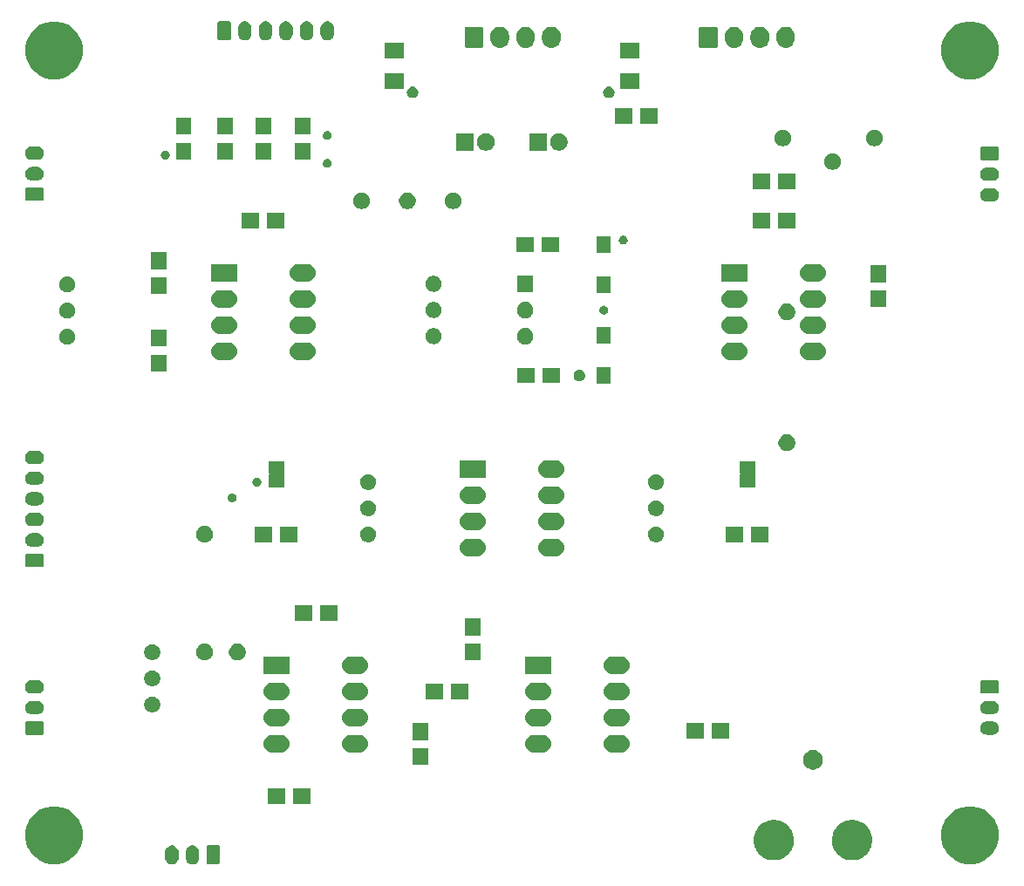
<source format=gts>
G04 #@! TF.GenerationSoftware,KiCad,Pcbnew,(5.1.2)-1*
G04 #@! TF.CreationDate,2019-05-14T17:46:52-07:00*
G04 #@! TF.ProjectId,triumph_main,74726975-6d70-4685-9f6d-61696e2e6b69,A*
G04 #@! TF.SameCoordinates,Original*
G04 #@! TF.FileFunction,Soldermask,Top*
G04 #@! TF.FilePolarity,Negative*
%FSLAX46Y46*%
G04 Gerber Fmt 4.6, Leading zero omitted, Abs format (unit mm)*
G04 Created by KiCad (PCBNEW (5.1.2)-1) date 2019-05-14 17:46:52*
%MOMM*%
%LPD*%
G04 APERTURE LIST*
%ADD10C,0.100000*%
G04 APERTURE END LIST*
D10*
G36*
X111633618Y-139164420D02*
G01*
X111714400Y-139188925D01*
X111756336Y-139201646D01*
X111869425Y-139262094D01*
X111968554Y-139343446D01*
X112049906Y-139442575D01*
X112110354Y-139555664D01*
X112110355Y-139555668D01*
X112147580Y-139678382D01*
X112157000Y-139774027D01*
X112157000Y-140387973D01*
X112147580Y-140483618D01*
X112120040Y-140574404D01*
X112110354Y-140606336D01*
X112049906Y-140719425D01*
X111968554Y-140818553D01*
X111869424Y-140899906D01*
X111756335Y-140960354D01*
X111724403Y-140970040D01*
X111633617Y-140997580D01*
X111506000Y-141010149D01*
X111378382Y-140997580D01*
X111287596Y-140970040D01*
X111255664Y-140960354D01*
X111142575Y-140899906D01*
X111043447Y-140818554D01*
X110962094Y-140719424D01*
X110901646Y-140606335D01*
X110880563Y-140536832D01*
X110864420Y-140483617D01*
X110855000Y-140387972D01*
X110855000Y-139774027D01*
X110864420Y-139678382D01*
X110901645Y-139555668D01*
X110901645Y-139555667D01*
X110933957Y-139495217D01*
X110962095Y-139442574D01*
X110975493Y-139426249D01*
X111043447Y-139343446D01*
X111142576Y-139262094D01*
X111255665Y-139201646D01*
X111297601Y-139188925D01*
X111378383Y-139164420D01*
X111506000Y-139151851D01*
X111633618Y-139164420D01*
X111633618Y-139164420D01*
G37*
G36*
X113633618Y-139164420D02*
G01*
X113714400Y-139188925D01*
X113756336Y-139201646D01*
X113869425Y-139262094D01*
X113968554Y-139343446D01*
X114049906Y-139442575D01*
X114110354Y-139555664D01*
X114110355Y-139555668D01*
X114147580Y-139678382D01*
X114157000Y-139774027D01*
X114157000Y-140387973D01*
X114147580Y-140483618D01*
X114120040Y-140574404D01*
X114110354Y-140606336D01*
X114049906Y-140719425D01*
X113968554Y-140818553D01*
X113869424Y-140899906D01*
X113756335Y-140960354D01*
X113724403Y-140970040D01*
X113633617Y-140997580D01*
X113506000Y-141010149D01*
X113378382Y-140997580D01*
X113287596Y-140970040D01*
X113255664Y-140960354D01*
X113142575Y-140899906D01*
X113043447Y-140818554D01*
X112962094Y-140719424D01*
X112901646Y-140606335D01*
X112880563Y-140536832D01*
X112864420Y-140483617D01*
X112855000Y-140387972D01*
X112855000Y-139774027D01*
X112864420Y-139678382D01*
X112901645Y-139555668D01*
X112901645Y-139555667D01*
X112933957Y-139495217D01*
X112962095Y-139442574D01*
X112975493Y-139426249D01*
X113043447Y-139343446D01*
X113142576Y-139262094D01*
X113255665Y-139201646D01*
X113297601Y-139188925D01*
X113378383Y-139164420D01*
X113506000Y-139151851D01*
X113633618Y-139164420D01*
X113633618Y-139164420D01*
G37*
G36*
X115997242Y-139159404D02*
G01*
X116034337Y-139170657D01*
X116068515Y-139188925D01*
X116098481Y-139213519D01*
X116123075Y-139243485D01*
X116141343Y-139277663D01*
X116152596Y-139314758D01*
X116157000Y-139359474D01*
X116157000Y-140802526D01*
X116152596Y-140847242D01*
X116141343Y-140884337D01*
X116123075Y-140918515D01*
X116098481Y-140948481D01*
X116068515Y-140973075D01*
X116034337Y-140991343D01*
X115997242Y-141002596D01*
X115952526Y-141007000D01*
X115059474Y-141007000D01*
X115014758Y-141002596D01*
X114977663Y-140991343D01*
X114943485Y-140973075D01*
X114913519Y-140948481D01*
X114888925Y-140918515D01*
X114870657Y-140884337D01*
X114859404Y-140847242D01*
X114855000Y-140802526D01*
X114855000Y-139359474D01*
X114859404Y-139314758D01*
X114870657Y-139277663D01*
X114888925Y-139243485D01*
X114913519Y-139213519D01*
X114943485Y-139188925D01*
X114977663Y-139170657D01*
X115014758Y-139159404D01*
X115059474Y-139155000D01*
X115952526Y-139155000D01*
X115997242Y-139159404D01*
X115997242Y-139159404D01*
G37*
G36*
X100893021Y-135482640D02*
G01*
X101402769Y-135693785D01*
X101402771Y-135693786D01*
X101861534Y-136000321D01*
X102251679Y-136390466D01*
X102508728Y-136775168D01*
X102558215Y-136849231D01*
X102769360Y-137358979D01*
X102877000Y-137900124D01*
X102877000Y-138451876D01*
X102769360Y-138993021D01*
X102583148Y-139442575D01*
X102558214Y-139502771D01*
X102251679Y-139961534D01*
X101861534Y-140351679D01*
X101402771Y-140658214D01*
X101402770Y-140658215D01*
X101402769Y-140658215D01*
X100893021Y-140869360D01*
X100351876Y-140977000D01*
X99800124Y-140977000D01*
X99258979Y-140869360D01*
X98749231Y-140658215D01*
X98749230Y-140658215D01*
X98749229Y-140658214D01*
X98290466Y-140351679D01*
X97900321Y-139961534D01*
X97593786Y-139502771D01*
X97568852Y-139442575D01*
X97382640Y-138993021D01*
X97275000Y-138451876D01*
X97275000Y-137900124D01*
X97382640Y-137358979D01*
X97593785Y-136849231D01*
X97643272Y-136775168D01*
X97900321Y-136390466D01*
X98290466Y-136000321D01*
X98749229Y-135693786D01*
X98749231Y-135693785D01*
X99258979Y-135482640D01*
X99800124Y-135375000D01*
X100351876Y-135375000D01*
X100893021Y-135482640D01*
X100893021Y-135482640D01*
G37*
G36*
X189793021Y-135482640D02*
G01*
X190302769Y-135693785D01*
X190302771Y-135693786D01*
X190761534Y-136000321D01*
X191151679Y-136390466D01*
X191408728Y-136775168D01*
X191458215Y-136849231D01*
X191669360Y-137358979D01*
X191777000Y-137900124D01*
X191777000Y-138451876D01*
X191669360Y-138993021D01*
X191483148Y-139442575D01*
X191458214Y-139502771D01*
X191151679Y-139961534D01*
X190761534Y-140351679D01*
X190302771Y-140658214D01*
X190302770Y-140658215D01*
X190302769Y-140658215D01*
X189793021Y-140869360D01*
X189251876Y-140977000D01*
X188700124Y-140977000D01*
X188158979Y-140869360D01*
X187649231Y-140658215D01*
X187649230Y-140658215D01*
X187649229Y-140658214D01*
X187190466Y-140351679D01*
X186800321Y-139961534D01*
X186493786Y-139502771D01*
X186468852Y-139442575D01*
X186282640Y-138993021D01*
X186175000Y-138451876D01*
X186175000Y-137900124D01*
X186282640Y-137358979D01*
X186493785Y-136849231D01*
X186543272Y-136775168D01*
X186800321Y-136390466D01*
X187190466Y-136000321D01*
X187649229Y-135693786D01*
X187649231Y-135693785D01*
X188158979Y-135482640D01*
X188700124Y-135375000D01*
X189251876Y-135375000D01*
X189793021Y-135482640D01*
X189793021Y-135482640D01*
G37*
G36*
X177980579Y-136750112D02*
G01*
X178106544Y-136775168D01*
X178253991Y-136836243D01*
X178462512Y-136922615D01*
X178462513Y-136922616D01*
X178782877Y-137136676D01*
X179055324Y-137409123D01*
X179198355Y-137623184D01*
X179269385Y-137729488D01*
X179416832Y-138085457D01*
X179492000Y-138463349D01*
X179492000Y-138848651D01*
X179441888Y-139100579D01*
X179416832Y-139226544D01*
X179380292Y-139314758D01*
X179269385Y-139582512D01*
X179205325Y-139678384D01*
X179055324Y-139902877D01*
X178782877Y-140175324D01*
X178568816Y-140318355D01*
X178462512Y-140389385D01*
X178253991Y-140475757D01*
X178106544Y-140536832D01*
X177980579Y-140561888D01*
X177728651Y-140612000D01*
X177343349Y-140612000D01*
X177091421Y-140561888D01*
X176965456Y-140536832D01*
X176818009Y-140475757D01*
X176609488Y-140389385D01*
X176503184Y-140318355D01*
X176289123Y-140175324D01*
X176016676Y-139902877D01*
X175866675Y-139678384D01*
X175802615Y-139582512D01*
X175691708Y-139314758D01*
X175655168Y-139226544D01*
X175630112Y-139100579D01*
X175580000Y-138848651D01*
X175580000Y-138463349D01*
X175655168Y-138085457D01*
X175802615Y-137729488D01*
X175873645Y-137623184D01*
X176016676Y-137409123D01*
X176289123Y-137136676D01*
X176609487Y-136922616D01*
X176609488Y-136922615D01*
X176818009Y-136836243D01*
X176965456Y-136775168D01*
X177091421Y-136750112D01*
X177343349Y-136700000D01*
X177728651Y-136700000D01*
X177980579Y-136750112D01*
X177980579Y-136750112D01*
G37*
G36*
X170380579Y-136750112D02*
G01*
X170506544Y-136775168D01*
X170653991Y-136836243D01*
X170862512Y-136922615D01*
X170862513Y-136922616D01*
X171182877Y-137136676D01*
X171455324Y-137409123D01*
X171598355Y-137623184D01*
X171669385Y-137729488D01*
X171816832Y-138085457D01*
X171892000Y-138463349D01*
X171892000Y-138848651D01*
X171841888Y-139100579D01*
X171816832Y-139226544D01*
X171780292Y-139314758D01*
X171669385Y-139582512D01*
X171605325Y-139678384D01*
X171455324Y-139902877D01*
X171182877Y-140175324D01*
X170968816Y-140318355D01*
X170862512Y-140389385D01*
X170653991Y-140475757D01*
X170506544Y-140536832D01*
X170380579Y-140561888D01*
X170128651Y-140612000D01*
X169743349Y-140612000D01*
X169491421Y-140561888D01*
X169365456Y-140536832D01*
X169218009Y-140475757D01*
X169009488Y-140389385D01*
X168903184Y-140318355D01*
X168689123Y-140175324D01*
X168416676Y-139902877D01*
X168266675Y-139678384D01*
X168202615Y-139582512D01*
X168091708Y-139314758D01*
X168055168Y-139226544D01*
X168030112Y-139100579D01*
X167980000Y-138848651D01*
X167980000Y-138463349D01*
X168055168Y-138085457D01*
X168202615Y-137729488D01*
X168273645Y-137623184D01*
X168416676Y-137409123D01*
X168689123Y-137136676D01*
X169009487Y-136922616D01*
X169009488Y-136922615D01*
X169218009Y-136836243D01*
X169365456Y-136775168D01*
X169491421Y-136750112D01*
X169743349Y-136700000D01*
X170128651Y-136700000D01*
X170380579Y-136750112D01*
X170380579Y-136750112D01*
G37*
G36*
X122492000Y-135117000D02*
G01*
X120840000Y-135117000D01*
X120840000Y-133615000D01*
X122492000Y-133615000D01*
X122492000Y-135117000D01*
X122492000Y-135117000D01*
G37*
G36*
X124942000Y-135117000D02*
G01*
X123290000Y-135117000D01*
X123290000Y-133615000D01*
X124942000Y-133615000D01*
X124942000Y-135117000D01*
X124942000Y-135117000D01*
G37*
G36*
X174013395Y-129941546D02*
G01*
X174186466Y-130013234D01*
X174186467Y-130013235D01*
X174342227Y-130117310D01*
X174474690Y-130249773D01*
X174474691Y-130249775D01*
X174578766Y-130405534D01*
X174650454Y-130578605D01*
X174687000Y-130762333D01*
X174687000Y-130949667D01*
X174650454Y-131133395D01*
X174578766Y-131306466D01*
X174578765Y-131306467D01*
X174474690Y-131462227D01*
X174342227Y-131594690D01*
X174263818Y-131647081D01*
X174186466Y-131698766D01*
X174013395Y-131770454D01*
X173829667Y-131807000D01*
X173642333Y-131807000D01*
X173458605Y-131770454D01*
X173285534Y-131698766D01*
X173208182Y-131647081D01*
X173129773Y-131594690D01*
X172997310Y-131462227D01*
X172893235Y-131306467D01*
X172893234Y-131306466D01*
X172821546Y-131133395D01*
X172785000Y-130949667D01*
X172785000Y-130762333D01*
X172821546Y-130578605D01*
X172893234Y-130405534D01*
X172997309Y-130249775D01*
X172997310Y-130249773D01*
X173129773Y-130117310D01*
X173285533Y-130013235D01*
X173285534Y-130013234D01*
X173458605Y-129941546D01*
X173642333Y-129905000D01*
X173829667Y-129905000D01*
X174013395Y-129941546D01*
X174013395Y-129941546D01*
G37*
G36*
X136387000Y-131382000D02*
G01*
X134885000Y-131382000D01*
X134885000Y-129730000D01*
X136387000Y-129730000D01*
X136387000Y-131382000D01*
X136387000Y-131382000D01*
G37*
G36*
X155252823Y-128447313D02*
G01*
X155413242Y-128495976D01*
X155545906Y-128566886D01*
X155561078Y-128574996D01*
X155690659Y-128681341D01*
X155797004Y-128810922D01*
X155797005Y-128810924D01*
X155876024Y-128958758D01*
X155924687Y-129119177D01*
X155941117Y-129286000D01*
X155924687Y-129452823D01*
X155876024Y-129613242D01*
X155813615Y-129730000D01*
X155797004Y-129761078D01*
X155690659Y-129890659D01*
X155561078Y-129997004D01*
X155561076Y-129997005D01*
X155413242Y-130076024D01*
X155252823Y-130124687D01*
X155127804Y-130137000D01*
X154244196Y-130137000D01*
X154119177Y-130124687D01*
X153958758Y-130076024D01*
X153810924Y-129997005D01*
X153810922Y-129997004D01*
X153681341Y-129890659D01*
X153574996Y-129761078D01*
X153558385Y-129730000D01*
X153495976Y-129613242D01*
X153447313Y-129452823D01*
X153430883Y-129286000D01*
X153447313Y-129119177D01*
X153495976Y-128958758D01*
X153574995Y-128810924D01*
X153574996Y-128810922D01*
X153681341Y-128681341D01*
X153810922Y-128574996D01*
X153826094Y-128566886D01*
X153958758Y-128495976D01*
X154119177Y-128447313D01*
X154244196Y-128435000D01*
X155127804Y-128435000D01*
X155252823Y-128447313D01*
X155252823Y-128447313D01*
G37*
G36*
X147632823Y-128447313D02*
G01*
X147793242Y-128495976D01*
X147925906Y-128566886D01*
X147941078Y-128574996D01*
X148070659Y-128681341D01*
X148177004Y-128810922D01*
X148177005Y-128810924D01*
X148256024Y-128958758D01*
X148304687Y-129119177D01*
X148321117Y-129286000D01*
X148304687Y-129452823D01*
X148256024Y-129613242D01*
X148193615Y-129730000D01*
X148177004Y-129761078D01*
X148070659Y-129890659D01*
X147941078Y-129997004D01*
X147941076Y-129997005D01*
X147793242Y-130076024D01*
X147632823Y-130124687D01*
X147507804Y-130137000D01*
X146624196Y-130137000D01*
X146499177Y-130124687D01*
X146338758Y-130076024D01*
X146190924Y-129997005D01*
X146190922Y-129997004D01*
X146061341Y-129890659D01*
X145954996Y-129761078D01*
X145938385Y-129730000D01*
X145875976Y-129613242D01*
X145827313Y-129452823D01*
X145810883Y-129286000D01*
X145827313Y-129119177D01*
X145875976Y-128958758D01*
X145954995Y-128810924D01*
X145954996Y-128810922D01*
X146061341Y-128681341D01*
X146190922Y-128574996D01*
X146206094Y-128566886D01*
X146338758Y-128495976D01*
X146499177Y-128447313D01*
X146624196Y-128435000D01*
X147507804Y-128435000D01*
X147632823Y-128447313D01*
X147632823Y-128447313D01*
G37*
G36*
X122232823Y-128447313D02*
G01*
X122393242Y-128495976D01*
X122525906Y-128566886D01*
X122541078Y-128574996D01*
X122670659Y-128681341D01*
X122777004Y-128810922D01*
X122777005Y-128810924D01*
X122856024Y-128958758D01*
X122904687Y-129119177D01*
X122921117Y-129286000D01*
X122904687Y-129452823D01*
X122856024Y-129613242D01*
X122793615Y-129730000D01*
X122777004Y-129761078D01*
X122670659Y-129890659D01*
X122541078Y-129997004D01*
X122541076Y-129997005D01*
X122393242Y-130076024D01*
X122232823Y-130124687D01*
X122107804Y-130137000D01*
X121224196Y-130137000D01*
X121099177Y-130124687D01*
X120938758Y-130076024D01*
X120790924Y-129997005D01*
X120790922Y-129997004D01*
X120661341Y-129890659D01*
X120554996Y-129761078D01*
X120538385Y-129730000D01*
X120475976Y-129613242D01*
X120427313Y-129452823D01*
X120410883Y-129286000D01*
X120427313Y-129119177D01*
X120475976Y-128958758D01*
X120554995Y-128810924D01*
X120554996Y-128810922D01*
X120661341Y-128681341D01*
X120790922Y-128574996D01*
X120806094Y-128566886D01*
X120938758Y-128495976D01*
X121099177Y-128447313D01*
X121224196Y-128435000D01*
X122107804Y-128435000D01*
X122232823Y-128447313D01*
X122232823Y-128447313D01*
G37*
G36*
X129852823Y-128447313D02*
G01*
X130013242Y-128495976D01*
X130145906Y-128566886D01*
X130161078Y-128574996D01*
X130290659Y-128681341D01*
X130397004Y-128810922D01*
X130397005Y-128810924D01*
X130476024Y-128958758D01*
X130524687Y-129119177D01*
X130541117Y-129286000D01*
X130524687Y-129452823D01*
X130476024Y-129613242D01*
X130413615Y-129730000D01*
X130397004Y-129761078D01*
X130290659Y-129890659D01*
X130161078Y-129997004D01*
X130161076Y-129997005D01*
X130013242Y-130076024D01*
X129852823Y-130124687D01*
X129727804Y-130137000D01*
X128844196Y-130137000D01*
X128719177Y-130124687D01*
X128558758Y-130076024D01*
X128410924Y-129997005D01*
X128410922Y-129997004D01*
X128281341Y-129890659D01*
X128174996Y-129761078D01*
X128158385Y-129730000D01*
X128095976Y-129613242D01*
X128047313Y-129452823D01*
X128030883Y-129286000D01*
X128047313Y-129119177D01*
X128095976Y-128958758D01*
X128174995Y-128810924D01*
X128174996Y-128810922D01*
X128281341Y-128681341D01*
X128410922Y-128574996D01*
X128426094Y-128566886D01*
X128558758Y-128495976D01*
X128719177Y-128447313D01*
X128844196Y-128435000D01*
X129727804Y-128435000D01*
X129852823Y-128447313D01*
X129852823Y-128447313D01*
G37*
G36*
X136387000Y-128932000D02*
G01*
X134885000Y-128932000D01*
X134885000Y-127280000D01*
X136387000Y-127280000D01*
X136387000Y-128932000D01*
X136387000Y-128932000D01*
G37*
G36*
X165582000Y-128767000D02*
G01*
X163930000Y-128767000D01*
X163930000Y-127265000D01*
X165582000Y-127265000D01*
X165582000Y-128767000D01*
X165582000Y-128767000D01*
G37*
G36*
X163132000Y-128767000D02*
G01*
X161480000Y-128767000D01*
X161480000Y-127265000D01*
X163132000Y-127265000D01*
X163132000Y-128767000D01*
X163132000Y-128767000D01*
G37*
G36*
X98937242Y-127124404D02*
G01*
X98974337Y-127135657D01*
X99008515Y-127153925D01*
X99038481Y-127178519D01*
X99063075Y-127208485D01*
X99081343Y-127242663D01*
X99092596Y-127279758D01*
X99097000Y-127324474D01*
X99097000Y-128217526D01*
X99092596Y-128262242D01*
X99081343Y-128299337D01*
X99063075Y-128333515D01*
X99038481Y-128363481D01*
X99008515Y-128388075D01*
X98974337Y-128406343D01*
X98937242Y-128417596D01*
X98892526Y-128422000D01*
X97449474Y-128422000D01*
X97404758Y-128417596D01*
X97367663Y-128406343D01*
X97333485Y-128388075D01*
X97303519Y-128363481D01*
X97278925Y-128333515D01*
X97260657Y-128299337D01*
X97249404Y-128262242D01*
X97245000Y-128217526D01*
X97245000Y-127324474D01*
X97249404Y-127279758D01*
X97260657Y-127242663D01*
X97278925Y-127208485D01*
X97303519Y-127178519D01*
X97333485Y-127153925D01*
X97367663Y-127135657D01*
X97404758Y-127124404D01*
X97449474Y-127120000D01*
X98892526Y-127120000D01*
X98937242Y-127124404D01*
X98937242Y-127124404D01*
G37*
G36*
X191219855Y-127123140D02*
G01*
X191283618Y-127129420D01*
X191364400Y-127153925D01*
X191406336Y-127166646D01*
X191519425Y-127227094D01*
X191618554Y-127308446D01*
X191699906Y-127407575D01*
X191760354Y-127520664D01*
X191760355Y-127520668D01*
X191797580Y-127643382D01*
X191810149Y-127771000D01*
X191797580Y-127898618D01*
X191770040Y-127989404D01*
X191760354Y-128021336D01*
X191699906Y-128134425D01*
X191618554Y-128233554D01*
X191519425Y-128314906D01*
X191406336Y-128375354D01*
X191374404Y-128385040D01*
X191283618Y-128412580D01*
X191219855Y-128418860D01*
X191187974Y-128422000D01*
X190574026Y-128422000D01*
X190542145Y-128418860D01*
X190478382Y-128412580D01*
X190387596Y-128385040D01*
X190355664Y-128375354D01*
X190242575Y-128314906D01*
X190143446Y-128233554D01*
X190062094Y-128134425D01*
X190001646Y-128021336D01*
X189991960Y-127989404D01*
X189964420Y-127898618D01*
X189951851Y-127771000D01*
X189964420Y-127643382D01*
X190001645Y-127520668D01*
X190001646Y-127520664D01*
X190062094Y-127407575D01*
X190143446Y-127308446D01*
X190242575Y-127227094D01*
X190355664Y-127166646D01*
X190397600Y-127153925D01*
X190478382Y-127129420D01*
X190542145Y-127123140D01*
X190574026Y-127120000D01*
X191187974Y-127120000D01*
X191219855Y-127123140D01*
X191219855Y-127123140D01*
G37*
G36*
X122232823Y-125907313D02*
G01*
X122393242Y-125955976D01*
X122515514Y-126021332D01*
X122541078Y-126034996D01*
X122670659Y-126141341D01*
X122777004Y-126270922D01*
X122777005Y-126270924D01*
X122856024Y-126418758D01*
X122856025Y-126418761D01*
X122865083Y-126448620D01*
X122904687Y-126579177D01*
X122921117Y-126746000D01*
X122904687Y-126912823D01*
X122856024Y-127073242D01*
X122806099Y-127166645D01*
X122777004Y-127221078D01*
X122670659Y-127350659D01*
X122541078Y-127457004D01*
X122541076Y-127457005D01*
X122393242Y-127536024D01*
X122232823Y-127584687D01*
X122107804Y-127597000D01*
X121224196Y-127597000D01*
X121099177Y-127584687D01*
X120938758Y-127536024D01*
X120790924Y-127457005D01*
X120790922Y-127457004D01*
X120661341Y-127350659D01*
X120554996Y-127221078D01*
X120525901Y-127166645D01*
X120475976Y-127073242D01*
X120427313Y-126912823D01*
X120410883Y-126746000D01*
X120427313Y-126579177D01*
X120466917Y-126448620D01*
X120475975Y-126418761D01*
X120475976Y-126418758D01*
X120554995Y-126270924D01*
X120554996Y-126270922D01*
X120661341Y-126141341D01*
X120790922Y-126034996D01*
X120816486Y-126021332D01*
X120938758Y-125955976D01*
X121099177Y-125907313D01*
X121224196Y-125895000D01*
X122107804Y-125895000D01*
X122232823Y-125907313D01*
X122232823Y-125907313D01*
G37*
G36*
X129852823Y-125907313D02*
G01*
X130013242Y-125955976D01*
X130135514Y-126021332D01*
X130161078Y-126034996D01*
X130290659Y-126141341D01*
X130397004Y-126270922D01*
X130397005Y-126270924D01*
X130476024Y-126418758D01*
X130476025Y-126418761D01*
X130485083Y-126448620D01*
X130524687Y-126579177D01*
X130541117Y-126746000D01*
X130524687Y-126912823D01*
X130476024Y-127073242D01*
X130426099Y-127166645D01*
X130397004Y-127221078D01*
X130290659Y-127350659D01*
X130161078Y-127457004D01*
X130161076Y-127457005D01*
X130013242Y-127536024D01*
X129852823Y-127584687D01*
X129727804Y-127597000D01*
X128844196Y-127597000D01*
X128719177Y-127584687D01*
X128558758Y-127536024D01*
X128410924Y-127457005D01*
X128410922Y-127457004D01*
X128281341Y-127350659D01*
X128174996Y-127221078D01*
X128145901Y-127166645D01*
X128095976Y-127073242D01*
X128047313Y-126912823D01*
X128030883Y-126746000D01*
X128047313Y-126579177D01*
X128086917Y-126448620D01*
X128095975Y-126418761D01*
X128095976Y-126418758D01*
X128174995Y-126270924D01*
X128174996Y-126270922D01*
X128281341Y-126141341D01*
X128410922Y-126034996D01*
X128436486Y-126021332D01*
X128558758Y-125955976D01*
X128719177Y-125907313D01*
X128844196Y-125895000D01*
X129727804Y-125895000D01*
X129852823Y-125907313D01*
X129852823Y-125907313D01*
G37*
G36*
X147632823Y-125907313D02*
G01*
X147793242Y-125955976D01*
X147915514Y-126021332D01*
X147941078Y-126034996D01*
X148070659Y-126141341D01*
X148177004Y-126270922D01*
X148177005Y-126270924D01*
X148256024Y-126418758D01*
X148256025Y-126418761D01*
X148265083Y-126448620D01*
X148304687Y-126579177D01*
X148321117Y-126746000D01*
X148304687Y-126912823D01*
X148256024Y-127073242D01*
X148206099Y-127166645D01*
X148177004Y-127221078D01*
X148070659Y-127350659D01*
X147941078Y-127457004D01*
X147941076Y-127457005D01*
X147793242Y-127536024D01*
X147632823Y-127584687D01*
X147507804Y-127597000D01*
X146624196Y-127597000D01*
X146499177Y-127584687D01*
X146338758Y-127536024D01*
X146190924Y-127457005D01*
X146190922Y-127457004D01*
X146061341Y-127350659D01*
X145954996Y-127221078D01*
X145925901Y-127166645D01*
X145875976Y-127073242D01*
X145827313Y-126912823D01*
X145810883Y-126746000D01*
X145827313Y-126579177D01*
X145866917Y-126448620D01*
X145875975Y-126418761D01*
X145875976Y-126418758D01*
X145954995Y-126270924D01*
X145954996Y-126270922D01*
X146061341Y-126141341D01*
X146190922Y-126034996D01*
X146216486Y-126021332D01*
X146338758Y-125955976D01*
X146499177Y-125907313D01*
X146624196Y-125895000D01*
X147507804Y-125895000D01*
X147632823Y-125907313D01*
X147632823Y-125907313D01*
G37*
G36*
X155252823Y-125907313D02*
G01*
X155413242Y-125955976D01*
X155535514Y-126021332D01*
X155561078Y-126034996D01*
X155690659Y-126141341D01*
X155797004Y-126270922D01*
X155797005Y-126270924D01*
X155876024Y-126418758D01*
X155876025Y-126418761D01*
X155885083Y-126448620D01*
X155924687Y-126579177D01*
X155941117Y-126746000D01*
X155924687Y-126912823D01*
X155876024Y-127073242D01*
X155826099Y-127166645D01*
X155797004Y-127221078D01*
X155690659Y-127350659D01*
X155561078Y-127457004D01*
X155561076Y-127457005D01*
X155413242Y-127536024D01*
X155252823Y-127584687D01*
X155127804Y-127597000D01*
X154244196Y-127597000D01*
X154119177Y-127584687D01*
X153958758Y-127536024D01*
X153810924Y-127457005D01*
X153810922Y-127457004D01*
X153681341Y-127350659D01*
X153574996Y-127221078D01*
X153545901Y-127166645D01*
X153495976Y-127073242D01*
X153447313Y-126912823D01*
X153430883Y-126746000D01*
X153447313Y-126579177D01*
X153486917Y-126448620D01*
X153495975Y-126418761D01*
X153495976Y-126418758D01*
X153574995Y-126270924D01*
X153574996Y-126270922D01*
X153681341Y-126141341D01*
X153810922Y-126034996D01*
X153836486Y-126021332D01*
X153958758Y-125955976D01*
X154119177Y-125907313D01*
X154244196Y-125895000D01*
X155127804Y-125895000D01*
X155252823Y-125907313D01*
X155252823Y-125907313D01*
G37*
G36*
X98509855Y-125123140D02*
G01*
X98573618Y-125129420D01*
X98664404Y-125156960D01*
X98696336Y-125166646D01*
X98809425Y-125227094D01*
X98908554Y-125308446D01*
X98989906Y-125407575D01*
X99050354Y-125520664D01*
X99050355Y-125520668D01*
X99087580Y-125643382D01*
X99100149Y-125771000D01*
X99087580Y-125898618D01*
X99066690Y-125967483D01*
X99050354Y-126021336D01*
X98989906Y-126134425D01*
X98908554Y-126233554D01*
X98809425Y-126314906D01*
X98696336Y-126375354D01*
X98664404Y-126385040D01*
X98573618Y-126412580D01*
X98510890Y-126418758D01*
X98477974Y-126422000D01*
X97864026Y-126422000D01*
X97831110Y-126418758D01*
X97768382Y-126412580D01*
X97677596Y-126385040D01*
X97645664Y-126375354D01*
X97532575Y-126314906D01*
X97433446Y-126233554D01*
X97352094Y-126134425D01*
X97291646Y-126021336D01*
X97275310Y-125967483D01*
X97254420Y-125898618D01*
X97241851Y-125771000D01*
X97254420Y-125643382D01*
X97291645Y-125520668D01*
X97291646Y-125520664D01*
X97352094Y-125407575D01*
X97433446Y-125308446D01*
X97532575Y-125227094D01*
X97645664Y-125166646D01*
X97677596Y-125156960D01*
X97768382Y-125129420D01*
X97832145Y-125123140D01*
X97864026Y-125120000D01*
X98477974Y-125120000D01*
X98509855Y-125123140D01*
X98509855Y-125123140D01*
G37*
G36*
X191219855Y-125123140D02*
G01*
X191283618Y-125129420D01*
X191374404Y-125156960D01*
X191406336Y-125166646D01*
X191519425Y-125227094D01*
X191618554Y-125308446D01*
X191699906Y-125407575D01*
X191760354Y-125520664D01*
X191760355Y-125520668D01*
X191797580Y-125643382D01*
X191810149Y-125771000D01*
X191797580Y-125898618D01*
X191776690Y-125967483D01*
X191760354Y-126021336D01*
X191699906Y-126134425D01*
X191618554Y-126233554D01*
X191519425Y-126314906D01*
X191406336Y-126375354D01*
X191374404Y-126385040D01*
X191283618Y-126412580D01*
X191220890Y-126418758D01*
X191187974Y-126422000D01*
X190574026Y-126422000D01*
X190541110Y-126418758D01*
X190478382Y-126412580D01*
X190387596Y-126385040D01*
X190355664Y-126375354D01*
X190242575Y-126314906D01*
X190143446Y-126233554D01*
X190062094Y-126134425D01*
X190001646Y-126021336D01*
X189985310Y-125967483D01*
X189964420Y-125898618D01*
X189951851Y-125771000D01*
X189964420Y-125643382D01*
X190001645Y-125520668D01*
X190001646Y-125520664D01*
X190062094Y-125407575D01*
X190143446Y-125308446D01*
X190242575Y-125227094D01*
X190355664Y-125166646D01*
X190387596Y-125156960D01*
X190478382Y-125129420D01*
X190542145Y-125123140D01*
X190574026Y-125120000D01*
X191187974Y-125120000D01*
X191219855Y-125123140D01*
X191219855Y-125123140D01*
G37*
G36*
X109726589Y-124714876D02*
G01*
X109825893Y-124734629D01*
X109966206Y-124792748D01*
X110092484Y-124877125D01*
X110199875Y-124984516D01*
X110284252Y-125110794D01*
X110342371Y-125251107D01*
X110372000Y-125400063D01*
X110372000Y-125551937D01*
X110342371Y-125700893D01*
X110284252Y-125841206D01*
X110199875Y-125967484D01*
X110092484Y-126074875D01*
X109966206Y-126159252D01*
X109825893Y-126217371D01*
X109744540Y-126233553D01*
X109676938Y-126247000D01*
X109525062Y-126247000D01*
X109457460Y-126233553D01*
X109376107Y-126217371D01*
X109235794Y-126159252D01*
X109109516Y-126074875D01*
X109002125Y-125967484D01*
X108917748Y-125841206D01*
X108859629Y-125700893D01*
X108830000Y-125551937D01*
X108830000Y-125400063D01*
X108859629Y-125251107D01*
X108917748Y-125110794D01*
X109002125Y-124984516D01*
X109109516Y-124877125D01*
X109235794Y-124792748D01*
X109376107Y-124734629D01*
X109475411Y-124714876D01*
X109525062Y-124705000D01*
X109676938Y-124705000D01*
X109726589Y-124714876D01*
X109726589Y-124714876D01*
G37*
G36*
X122232823Y-123367313D02*
G01*
X122393242Y-123415976D01*
X122525906Y-123486886D01*
X122541078Y-123494996D01*
X122670659Y-123601341D01*
X122777004Y-123730922D01*
X122777005Y-123730924D01*
X122856024Y-123878758D01*
X122904687Y-124039177D01*
X122921117Y-124206000D01*
X122904687Y-124372823D01*
X122856024Y-124533242D01*
X122785114Y-124665906D01*
X122777004Y-124681078D01*
X122670659Y-124810659D01*
X122541078Y-124917004D01*
X122541076Y-124917005D01*
X122393242Y-124996024D01*
X122232823Y-125044687D01*
X122107804Y-125057000D01*
X121224196Y-125057000D01*
X121099177Y-125044687D01*
X120938758Y-124996024D01*
X120790924Y-124917005D01*
X120790922Y-124917004D01*
X120661341Y-124810659D01*
X120554996Y-124681078D01*
X120546886Y-124665906D01*
X120475976Y-124533242D01*
X120427313Y-124372823D01*
X120410883Y-124206000D01*
X120427313Y-124039177D01*
X120475976Y-123878758D01*
X120554995Y-123730924D01*
X120554996Y-123730922D01*
X120661341Y-123601341D01*
X120790922Y-123494996D01*
X120806094Y-123486886D01*
X120938758Y-123415976D01*
X121099177Y-123367313D01*
X121224196Y-123355000D01*
X122107804Y-123355000D01*
X122232823Y-123367313D01*
X122232823Y-123367313D01*
G37*
G36*
X147632823Y-123367313D02*
G01*
X147793242Y-123415976D01*
X147925906Y-123486886D01*
X147941078Y-123494996D01*
X148070659Y-123601341D01*
X148177004Y-123730922D01*
X148177005Y-123730924D01*
X148256024Y-123878758D01*
X148304687Y-124039177D01*
X148321117Y-124206000D01*
X148304687Y-124372823D01*
X148256024Y-124533242D01*
X148185114Y-124665906D01*
X148177004Y-124681078D01*
X148070659Y-124810659D01*
X147941078Y-124917004D01*
X147941076Y-124917005D01*
X147793242Y-124996024D01*
X147632823Y-125044687D01*
X147507804Y-125057000D01*
X146624196Y-125057000D01*
X146499177Y-125044687D01*
X146338758Y-124996024D01*
X146190924Y-124917005D01*
X146190922Y-124917004D01*
X146061341Y-124810659D01*
X145954996Y-124681078D01*
X145946886Y-124665906D01*
X145875976Y-124533242D01*
X145827313Y-124372823D01*
X145810883Y-124206000D01*
X145827313Y-124039177D01*
X145875976Y-123878758D01*
X145954995Y-123730924D01*
X145954996Y-123730922D01*
X146061341Y-123601341D01*
X146190922Y-123494996D01*
X146206094Y-123486886D01*
X146338758Y-123415976D01*
X146499177Y-123367313D01*
X146624196Y-123355000D01*
X147507804Y-123355000D01*
X147632823Y-123367313D01*
X147632823Y-123367313D01*
G37*
G36*
X155252823Y-123367313D02*
G01*
X155413242Y-123415976D01*
X155545906Y-123486886D01*
X155561078Y-123494996D01*
X155690659Y-123601341D01*
X155797004Y-123730922D01*
X155797005Y-123730924D01*
X155876024Y-123878758D01*
X155924687Y-124039177D01*
X155941117Y-124206000D01*
X155924687Y-124372823D01*
X155876024Y-124533242D01*
X155805114Y-124665906D01*
X155797004Y-124681078D01*
X155690659Y-124810659D01*
X155561078Y-124917004D01*
X155561076Y-124917005D01*
X155413242Y-124996024D01*
X155252823Y-125044687D01*
X155127804Y-125057000D01*
X154244196Y-125057000D01*
X154119177Y-125044687D01*
X153958758Y-124996024D01*
X153810924Y-124917005D01*
X153810922Y-124917004D01*
X153681341Y-124810659D01*
X153574996Y-124681078D01*
X153566886Y-124665906D01*
X153495976Y-124533242D01*
X153447313Y-124372823D01*
X153430883Y-124206000D01*
X153447313Y-124039177D01*
X153495976Y-123878758D01*
X153574995Y-123730924D01*
X153574996Y-123730922D01*
X153681341Y-123601341D01*
X153810922Y-123494996D01*
X153826094Y-123486886D01*
X153958758Y-123415976D01*
X154119177Y-123367313D01*
X154244196Y-123355000D01*
X155127804Y-123355000D01*
X155252823Y-123367313D01*
X155252823Y-123367313D01*
G37*
G36*
X129852823Y-123367313D02*
G01*
X130013242Y-123415976D01*
X130145906Y-123486886D01*
X130161078Y-123494996D01*
X130290659Y-123601341D01*
X130397004Y-123730922D01*
X130397005Y-123730924D01*
X130476024Y-123878758D01*
X130524687Y-124039177D01*
X130541117Y-124206000D01*
X130524687Y-124372823D01*
X130476024Y-124533242D01*
X130405114Y-124665906D01*
X130397004Y-124681078D01*
X130290659Y-124810659D01*
X130161078Y-124917004D01*
X130161076Y-124917005D01*
X130013242Y-124996024D01*
X129852823Y-125044687D01*
X129727804Y-125057000D01*
X128844196Y-125057000D01*
X128719177Y-125044687D01*
X128558758Y-124996024D01*
X128410924Y-124917005D01*
X128410922Y-124917004D01*
X128281341Y-124810659D01*
X128174996Y-124681078D01*
X128166886Y-124665906D01*
X128095976Y-124533242D01*
X128047313Y-124372823D01*
X128030883Y-124206000D01*
X128047313Y-124039177D01*
X128095976Y-123878758D01*
X128174995Y-123730924D01*
X128174996Y-123730922D01*
X128281341Y-123601341D01*
X128410922Y-123494996D01*
X128426094Y-123486886D01*
X128558758Y-123415976D01*
X128719177Y-123367313D01*
X128844196Y-123355000D01*
X129727804Y-123355000D01*
X129852823Y-123367313D01*
X129852823Y-123367313D01*
G37*
G36*
X140272000Y-124957000D02*
G01*
X138620000Y-124957000D01*
X138620000Y-123455000D01*
X140272000Y-123455000D01*
X140272000Y-124957000D01*
X140272000Y-124957000D01*
G37*
G36*
X137822000Y-124957000D02*
G01*
X136170000Y-124957000D01*
X136170000Y-123455000D01*
X137822000Y-123455000D01*
X137822000Y-124957000D01*
X137822000Y-124957000D01*
G37*
G36*
X191647242Y-123124404D02*
G01*
X191684337Y-123135657D01*
X191718515Y-123153925D01*
X191748481Y-123178519D01*
X191773075Y-123208485D01*
X191791343Y-123242663D01*
X191802596Y-123279758D01*
X191807000Y-123324474D01*
X191807000Y-124217526D01*
X191802596Y-124262242D01*
X191791343Y-124299337D01*
X191773075Y-124333515D01*
X191748481Y-124363481D01*
X191718515Y-124388075D01*
X191684337Y-124406343D01*
X191647242Y-124417596D01*
X191602526Y-124422000D01*
X190159474Y-124422000D01*
X190114758Y-124417596D01*
X190077663Y-124406343D01*
X190043485Y-124388075D01*
X190013519Y-124363481D01*
X189988925Y-124333515D01*
X189970657Y-124299337D01*
X189959404Y-124262242D01*
X189955000Y-124217526D01*
X189955000Y-123324474D01*
X189959404Y-123279758D01*
X189970657Y-123242663D01*
X189988925Y-123208485D01*
X190013519Y-123178519D01*
X190043485Y-123153925D01*
X190077663Y-123135657D01*
X190114758Y-123124404D01*
X190159474Y-123120000D01*
X191602526Y-123120000D01*
X191647242Y-123124404D01*
X191647242Y-123124404D01*
G37*
G36*
X98509855Y-123123140D02*
G01*
X98573618Y-123129420D01*
X98654400Y-123153925D01*
X98696336Y-123166646D01*
X98809425Y-123227094D01*
X98908554Y-123308446D01*
X98989906Y-123407575D01*
X99050354Y-123520664D01*
X99050355Y-123520668D01*
X99087580Y-123643382D01*
X99100149Y-123771000D01*
X99087580Y-123898618D01*
X99060040Y-123989404D01*
X99050354Y-124021336D01*
X98989906Y-124134425D01*
X98908554Y-124233554D01*
X98809425Y-124314906D01*
X98696336Y-124375354D01*
X98664404Y-124385040D01*
X98573618Y-124412580D01*
X98509855Y-124418860D01*
X98477974Y-124422000D01*
X97864026Y-124422000D01*
X97832145Y-124418860D01*
X97768382Y-124412580D01*
X97677596Y-124385040D01*
X97645664Y-124375354D01*
X97532575Y-124314906D01*
X97433446Y-124233554D01*
X97352094Y-124134425D01*
X97291646Y-124021336D01*
X97281960Y-123989404D01*
X97254420Y-123898618D01*
X97241851Y-123771000D01*
X97254420Y-123643382D01*
X97291645Y-123520668D01*
X97291646Y-123520664D01*
X97352094Y-123407575D01*
X97433446Y-123308446D01*
X97532575Y-123227094D01*
X97645664Y-123166646D01*
X97687600Y-123153925D01*
X97768382Y-123129420D01*
X97832145Y-123123140D01*
X97864026Y-123120000D01*
X98477974Y-123120000D01*
X98509855Y-123123140D01*
X98509855Y-123123140D01*
G37*
G36*
X109726589Y-122174876D02*
G01*
X109825893Y-122194629D01*
X109966206Y-122252748D01*
X110092484Y-122337125D01*
X110199875Y-122444516D01*
X110284252Y-122570794D01*
X110342371Y-122711107D01*
X110372000Y-122860063D01*
X110372000Y-123011937D01*
X110342371Y-123160893D01*
X110284252Y-123301206D01*
X110199875Y-123427484D01*
X110092484Y-123534875D01*
X109966206Y-123619252D01*
X109825893Y-123677371D01*
X109726589Y-123697124D01*
X109676938Y-123707000D01*
X109525062Y-123707000D01*
X109475411Y-123697124D01*
X109376107Y-123677371D01*
X109235794Y-123619252D01*
X109109516Y-123534875D01*
X109002125Y-123427484D01*
X108917748Y-123301206D01*
X108859629Y-123160893D01*
X108830000Y-123011937D01*
X108830000Y-122860063D01*
X108859629Y-122711107D01*
X108917748Y-122570794D01*
X109002125Y-122444516D01*
X109109516Y-122337125D01*
X109235794Y-122252748D01*
X109376107Y-122194629D01*
X109475411Y-122174876D01*
X109525062Y-122165000D01*
X109676938Y-122165000D01*
X109726589Y-122174876D01*
X109726589Y-122174876D01*
G37*
G36*
X129852823Y-120827313D02*
G01*
X130013242Y-120875976D01*
X130084864Y-120914259D01*
X130161078Y-120954996D01*
X130290659Y-121061341D01*
X130397004Y-121190922D01*
X130397005Y-121190924D01*
X130476024Y-121338758D01*
X130524687Y-121499177D01*
X130541117Y-121666000D01*
X130524687Y-121832823D01*
X130476024Y-121993242D01*
X130405114Y-122125906D01*
X130397004Y-122141078D01*
X130290659Y-122270659D01*
X130161078Y-122377004D01*
X130161076Y-122377005D01*
X130013242Y-122456024D01*
X129852823Y-122504687D01*
X129727804Y-122517000D01*
X128844196Y-122517000D01*
X128719177Y-122504687D01*
X128558758Y-122456024D01*
X128410924Y-122377005D01*
X128410922Y-122377004D01*
X128281341Y-122270659D01*
X128174996Y-122141078D01*
X128166886Y-122125906D01*
X128095976Y-121993242D01*
X128047313Y-121832823D01*
X128030883Y-121666000D01*
X128047313Y-121499177D01*
X128095976Y-121338758D01*
X128174995Y-121190924D01*
X128174996Y-121190922D01*
X128281341Y-121061341D01*
X128410922Y-120954996D01*
X128487136Y-120914259D01*
X128558758Y-120875976D01*
X128719177Y-120827313D01*
X128844196Y-120815000D01*
X129727804Y-120815000D01*
X129852823Y-120827313D01*
X129852823Y-120827313D01*
G37*
G36*
X148317000Y-122517000D02*
G01*
X145815000Y-122517000D01*
X145815000Y-120815000D01*
X148317000Y-120815000D01*
X148317000Y-122517000D01*
X148317000Y-122517000D01*
G37*
G36*
X155252823Y-120827313D02*
G01*
X155413242Y-120875976D01*
X155484864Y-120914259D01*
X155561078Y-120954996D01*
X155690659Y-121061341D01*
X155797004Y-121190922D01*
X155797005Y-121190924D01*
X155876024Y-121338758D01*
X155924687Y-121499177D01*
X155941117Y-121666000D01*
X155924687Y-121832823D01*
X155876024Y-121993242D01*
X155805114Y-122125906D01*
X155797004Y-122141078D01*
X155690659Y-122270659D01*
X155561078Y-122377004D01*
X155561076Y-122377005D01*
X155413242Y-122456024D01*
X155252823Y-122504687D01*
X155127804Y-122517000D01*
X154244196Y-122517000D01*
X154119177Y-122504687D01*
X153958758Y-122456024D01*
X153810924Y-122377005D01*
X153810922Y-122377004D01*
X153681341Y-122270659D01*
X153574996Y-122141078D01*
X153566886Y-122125906D01*
X153495976Y-121993242D01*
X153447313Y-121832823D01*
X153430883Y-121666000D01*
X153447313Y-121499177D01*
X153495976Y-121338758D01*
X153574995Y-121190924D01*
X153574996Y-121190922D01*
X153681341Y-121061341D01*
X153810922Y-120954996D01*
X153887136Y-120914259D01*
X153958758Y-120875976D01*
X154119177Y-120827313D01*
X154244196Y-120815000D01*
X155127804Y-120815000D01*
X155252823Y-120827313D01*
X155252823Y-120827313D01*
G37*
G36*
X122917000Y-122517000D02*
G01*
X120415000Y-122517000D01*
X120415000Y-120815000D01*
X122917000Y-120815000D01*
X122917000Y-122517000D01*
X122917000Y-122517000D01*
G37*
G36*
X141467000Y-121222000D02*
G01*
X139965000Y-121222000D01*
X139965000Y-119570000D01*
X141467000Y-119570000D01*
X141467000Y-121222000D01*
X141467000Y-121222000D01*
G37*
G36*
X118093142Y-119614246D02*
G01*
X118241101Y-119675533D01*
X118374255Y-119764503D01*
X118487501Y-119877749D01*
X118576471Y-120010903D01*
X118637758Y-120158862D01*
X118669000Y-120315929D01*
X118669000Y-120476079D01*
X118637758Y-120633146D01*
X118576471Y-120781105D01*
X118487501Y-120914259D01*
X118374255Y-121027505D01*
X118241101Y-121116475D01*
X118093142Y-121177762D01*
X117936075Y-121209004D01*
X117775925Y-121209004D01*
X117618858Y-121177762D01*
X117470899Y-121116475D01*
X117337745Y-121027505D01*
X117224499Y-120914259D01*
X117135529Y-120781105D01*
X117074242Y-120633146D01*
X117043000Y-120476079D01*
X117043000Y-120315929D01*
X117074242Y-120158862D01*
X117135529Y-120010903D01*
X117224499Y-119877749D01*
X117337745Y-119764503D01*
X117470899Y-119675533D01*
X117618858Y-119614246D01*
X117775925Y-119583004D01*
X117936075Y-119583004D01*
X118093142Y-119614246D01*
X118093142Y-119614246D01*
G37*
G36*
X114918142Y-119614242D02*
G01*
X115066101Y-119675529D01*
X115199255Y-119764499D01*
X115312501Y-119877745D01*
X115401471Y-120010899D01*
X115462758Y-120158858D01*
X115494000Y-120315925D01*
X115494000Y-120476075D01*
X115462758Y-120633142D01*
X115401471Y-120781101D01*
X115312501Y-120914255D01*
X115199255Y-121027501D01*
X115066101Y-121116471D01*
X114918142Y-121177758D01*
X114761075Y-121209000D01*
X114600925Y-121209000D01*
X114443858Y-121177758D01*
X114295899Y-121116471D01*
X114162745Y-121027501D01*
X114049499Y-120914255D01*
X113960529Y-120781101D01*
X113899242Y-120633142D01*
X113868000Y-120476075D01*
X113868000Y-120315925D01*
X113899242Y-120158858D01*
X113960529Y-120010899D01*
X114049499Y-119877745D01*
X114162745Y-119764499D01*
X114295899Y-119675529D01*
X114443858Y-119614242D01*
X114600925Y-119583000D01*
X114761075Y-119583000D01*
X114918142Y-119614242D01*
X114918142Y-119614242D01*
G37*
G36*
X109726589Y-119634876D02*
G01*
X109825893Y-119654629D01*
X109966206Y-119712748D01*
X110092484Y-119797125D01*
X110199875Y-119904516D01*
X110284252Y-120030794D01*
X110342371Y-120171107D01*
X110372000Y-120320063D01*
X110372000Y-120471937D01*
X110342371Y-120620893D01*
X110284252Y-120761206D01*
X110199875Y-120887484D01*
X110092484Y-120994875D01*
X109966206Y-121079252D01*
X109825893Y-121137371D01*
X109726589Y-121157124D01*
X109676938Y-121167000D01*
X109525062Y-121167000D01*
X109475411Y-121157124D01*
X109376107Y-121137371D01*
X109235794Y-121079252D01*
X109109516Y-120994875D01*
X109002125Y-120887484D01*
X108917748Y-120761206D01*
X108859629Y-120620893D01*
X108830000Y-120471937D01*
X108830000Y-120320063D01*
X108859629Y-120171107D01*
X108917748Y-120030794D01*
X109002125Y-119904516D01*
X109109516Y-119797125D01*
X109235794Y-119712748D01*
X109376107Y-119654629D01*
X109475411Y-119634876D01*
X109525062Y-119625000D01*
X109676938Y-119625000D01*
X109726589Y-119634876D01*
X109726589Y-119634876D01*
G37*
G36*
X141467000Y-118772000D02*
G01*
X139965000Y-118772000D01*
X139965000Y-117120000D01*
X141467000Y-117120000D01*
X141467000Y-118772000D01*
X141467000Y-118772000D01*
G37*
G36*
X127572000Y-117337000D02*
G01*
X125920000Y-117337000D01*
X125920000Y-115835000D01*
X127572000Y-115835000D01*
X127572000Y-117337000D01*
X127572000Y-117337000D01*
G37*
G36*
X125122000Y-117337000D02*
G01*
X123470000Y-117337000D01*
X123470000Y-115835000D01*
X125122000Y-115835000D01*
X125122000Y-117337000D01*
X125122000Y-117337000D01*
G37*
G36*
X98937242Y-110859404D02*
G01*
X98974337Y-110870657D01*
X99008515Y-110888925D01*
X99038481Y-110913519D01*
X99063075Y-110943485D01*
X99081343Y-110977663D01*
X99092596Y-111014758D01*
X99097000Y-111059474D01*
X99097000Y-111952526D01*
X99092596Y-111997242D01*
X99081343Y-112034337D01*
X99063075Y-112068515D01*
X99038481Y-112098481D01*
X99008515Y-112123075D01*
X98974337Y-112141343D01*
X98937242Y-112152596D01*
X98892526Y-112157000D01*
X97449474Y-112157000D01*
X97404758Y-112152596D01*
X97367663Y-112141343D01*
X97333485Y-112123075D01*
X97303519Y-112098481D01*
X97278925Y-112068515D01*
X97260657Y-112034337D01*
X97249404Y-111997242D01*
X97245000Y-111952526D01*
X97245000Y-111059474D01*
X97249404Y-111014758D01*
X97260657Y-110977663D01*
X97278925Y-110943485D01*
X97303519Y-110913519D01*
X97333485Y-110888925D01*
X97367663Y-110870657D01*
X97404758Y-110859404D01*
X97449474Y-110855000D01*
X98892526Y-110855000D01*
X98937242Y-110859404D01*
X98937242Y-110859404D01*
G37*
G36*
X141282823Y-109397313D02*
G01*
X141443242Y-109445976D01*
X141555539Y-109506000D01*
X141591078Y-109524996D01*
X141720659Y-109631341D01*
X141827004Y-109760922D01*
X141827005Y-109760924D01*
X141906024Y-109908758D01*
X141954687Y-110069177D01*
X141971117Y-110236000D01*
X141954687Y-110402823D01*
X141906024Y-110563242D01*
X141835114Y-110695906D01*
X141827004Y-110711078D01*
X141720659Y-110840659D01*
X141591078Y-110947004D01*
X141591076Y-110947005D01*
X141443242Y-111026024D01*
X141282823Y-111074687D01*
X141157804Y-111087000D01*
X140274196Y-111087000D01*
X140149177Y-111074687D01*
X139988758Y-111026024D01*
X139840924Y-110947005D01*
X139840922Y-110947004D01*
X139711341Y-110840659D01*
X139604996Y-110711078D01*
X139596886Y-110695906D01*
X139525976Y-110563242D01*
X139477313Y-110402823D01*
X139460883Y-110236000D01*
X139477313Y-110069177D01*
X139525976Y-109908758D01*
X139604995Y-109760924D01*
X139604996Y-109760922D01*
X139711341Y-109631341D01*
X139840922Y-109524996D01*
X139876461Y-109506000D01*
X139988758Y-109445976D01*
X140149177Y-109397313D01*
X140274196Y-109385000D01*
X141157804Y-109385000D01*
X141282823Y-109397313D01*
X141282823Y-109397313D01*
G37*
G36*
X148902823Y-109397313D02*
G01*
X149063242Y-109445976D01*
X149175539Y-109506000D01*
X149211078Y-109524996D01*
X149340659Y-109631341D01*
X149447004Y-109760922D01*
X149447005Y-109760924D01*
X149526024Y-109908758D01*
X149574687Y-110069177D01*
X149591117Y-110236000D01*
X149574687Y-110402823D01*
X149526024Y-110563242D01*
X149455114Y-110695906D01*
X149447004Y-110711078D01*
X149340659Y-110840659D01*
X149211078Y-110947004D01*
X149211076Y-110947005D01*
X149063242Y-111026024D01*
X148902823Y-111074687D01*
X148777804Y-111087000D01*
X147894196Y-111087000D01*
X147769177Y-111074687D01*
X147608758Y-111026024D01*
X147460924Y-110947005D01*
X147460922Y-110947004D01*
X147331341Y-110840659D01*
X147224996Y-110711078D01*
X147216886Y-110695906D01*
X147145976Y-110563242D01*
X147097313Y-110402823D01*
X147080883Y-110236000D01*
X147097313Y-110069177D01*
X147145976Y-109908758D01*
X147224995Y-109760924D01*
X147224996Y-109760922D01*
X147331341Y-109631341D01*
X147460922Y-109524996D01*
X147496461Y-109506000D01*
X147608758Y-109445976D01*
X147769177Y-109397313D01*
X147894196Y-109385000D01*
X148777804Y-109385000D01*
X148902823Y-109397313D01*
X148902823Y-109397313D01*
G37*
G36*
X98509855Y-108858140D02*
G01*
X98573618Y-108864420D01*
X98658148Y-108890062D01*
X98696336Y-108901646D01*
X98809425Y-108962094D01*
X98908554Y-109043446D01*
X98989906Y-109142575D01*
X99050354Y-109255664D01*
X99050355Y-109255668D01*
X99087580Y-109378382D01*
X99100149Y-109506000D01*
X99087580Y-109633618D01*
X99082837Y-109649252D01*
X99050354Y-109756336D01*
X98989906Y-109869425D01*
X98908554Y-109968554D01*
X98809425Y-110049906D01*
X98696336Y-110110354D01*
X98664404Y-110120040D01*
X98573618Y-110147580D01*
X98509855Y-110153860D01*
X98477974Y-110157000D01*
X97864026Y-110157000D01*
X97832145Y-110153860D01*
X97768382Y-110147580D01*
X97677596Y-110120040D01*
X97645664Y-110110354D01*
X97532575Y-110049906D01*
X97433446Y-109968554D01*
X97352094Y-109869425D01*
X97291646Y-109756336D01*
X97259163Y-109649252D01*
X97254420Y-109633618D01*
X97241851Y-109506000D01*
X97254420Y-109378382D01*
X97291645Y-109255668D01*
X97291646Y-109255664D01*
X97352094Y-109142575D01*
X97433446Y-109043446D01*
X97532575Y-108962094D01*
X97645664Y-108901646D01*
X97683852Y-108890062D01*
X97768382Y-108864420D01*
X97832145Y-108858140D01*
X97864026Y-108855000D01*
X98477974Y-108855000D01*
X98509855Y-108858140D01*
X98509855Y-108858140D01*
G37*
G36*
X114918142Y-108184242D02*
G01*
X115066101Y-108245529D01*
X115199255Y-108334499D01*
X115312501Y-108447745D01*
X115401471Y-108580899D01*
X115462758Y-108728858D01*
X115494000Y-108885925D01*
X115494000Y-109046075D01*
X115462758Y-109203142D01*
X115401471Y-109351101D01*
X115312501Y-109484255D01*
X115199255Y-109597501D01*
X115066101Y-109686471D01*
X114918142Y-109747758D01*
X114761075Y-109779000D01*
X114600925Y-109779000D01*
X114443858Y-109747758D01*
X114295899Y-109686471D01*
X114162745Y-109597501D01*
X114049499Y-109484255D01*
X113960529Y-109351101D01*
X113899242Y-109203142D01*
X113868000Y-109046075D01*
X113868000Y-108885925D01*
X113899242Y-108728858D01*
X113960529Y-108580899D01*
X114049499Y-108447745D01*
X114162745Y-108334499D01*
X114295899Y-108245529D01*
X114443858Y-108184242D01*
X114600925Y-108153000D01*
X114761075Y-108153000D01*
X114918142Y-108184242D01*
X114918142Y-108184242D01*
G37*
G36*
X158621589Y-108204876D02*
G01*
X158720893Y-108224629D01*
X158861206Y-108282748D01*
X158987484Y-108367125D01*
X159094875Y-108474516D01*
X159179252Y-108600794D01*
X159237371Y-108741107D01*
X159267000Y-108890063D01*
X159267000Y-109041937D01*
X159237371Y-109190893D01*
X159179252Y-109331206D01*
X159094875Y-109457484D01*
X158987484Y-109564875D01*
X158861206Y-109649252D01*
X158720893Y-109707371D01*
X158621589Y-109727124D01*
X158571938Y-109737000D01*
X158420062Y-109737000D01*
X158370411Y-109727124D01*
X158271107Y-109707371D01*
X158130794Y-109649252D01*
X158004516Y-109564875D01*
X157897125Y-109457484D01*
X157812748Y-109331206D01*
X157754629Y-109190893D01*
X157725000Y-109041937D01*
X157725000Y-108890063D01*
X157754629Y-108741107D01*
X157812748Y-108600794D01*
X157897125Y-108474516D01*
X158004516Y-108367125D01*
X158130794Y-108282748D01*
X158271107Y-108224629D01*
X158370411Y-108204876D01*
X158420062Y-108195000D01*
X158571938Y-108195000D01*
X158621589Y-108204876D01*
X158621589Y-108204876D01*
G37*
G36*
X130681589Y-108204876D02*
G01*
X130780893Y-108224629D01*
X130921206Y-108282748D01*
X131047484Y-108367125D01*
X131154875Y-108474516D01*
X131239252Y-108600794D01*
X131297371Y-108741107D01*
X131327000Y-108890063D01*
X131327000Y-109041937D01*
X131297371Y-109190893D01*
X131239252Y-109331206D01*
X131154875Y-109457484D01*
X131047484Y-109564875D01*
X130921206Y-109649252D01*
X130780893Y-109707371D01*
X130681589Y-109727124D01*
X130631938Y-109737000D01*
X130480062Y-109737000D01*
X130430411Y-109727124D01*
X130331107Y-109707371D01*
X130190794Y-109649252D01*
X130064516Y-109564875D01*
X129957125Y-109457484D01*
X129872748Y-109331206D01*
X129814629Y-109190893D01*
X129785000Y-109041937D01*
X129785000Y-108890063D01*
X129814629Y-108741107D01*
X129872748Y-108600794D01*
X129957125Y-108474516D01*
X130064516Y-108367125D01*
X130190794Y-108282748D01*
X130331107Y-108224629D01*
X130430411Y-108204876D01*
X130480062Y-108195000D01*
X130631938Y-108195000D01*
X130681589Y-108204876D01*
X130681589Y-108204876D01*
G37*
G36*
X169392000Y-109717000D02*
G01*
X167740000Y-109717000D01*
X167740000Y-108215000D01*
X169392000Y-108215000D01*
X169392000Y-109717000D01*
X169392000Y-109717000D01*
G37*
G36*
X166942000Y-109717000D02*
G01*
X165290000Y-109717000D01*
X165290000Y-108215000D01*
X166942000Y-108215000D01*
X166942000Y-109717000D01*
X166942000Y-109717000D01*
G37*
G36*
X123672000Y-109717000D02*
G01*
X122020000Y-109717000D01*
X122020000Y-108215000D01*
X123672000Y-108215000D01*
X123672000Y-109717000D01*
X123672000Y-109717000D01*
G37*
G36*
X121222000Y-109717000D02*
G01*
X119570000Y-109717000D01*
X119570000Y-108215000D01*
X121222000Y-108215000D01*
X121222000Y-109717000D01*
X121222000Y-109717000D01*
G37*
G36*
X148902823Y-106857313D02*
G01*
X149063242Y-106905976D01*
X149168231Y-106962094D01*
X149211078Y-106984996D01*
X149340659Y-107091341D01*
X149447004Y-107220922D01*
X149447005Y-107220924D01*
X149526024Y-107368758D01*
X149574687Y-107529177D01*
X149591117Y-107696000D01*
X149574687Y-107862823D01*
X149526024Y-108023242D01*
X149479461Y-108110355D01*
X149447004Y-108171078D01*
X149340659Y-108300659D01*
X149211078Y-108407004D01*
X149211076Y-108407005D01*
X149063242Y-108486024D01*
X148902823Y-108534687D01*
X148777804Y-108547000D01*
X147894196Y-108547000D01*
X147769177Y-108534687D01*
X147608758Y-108486024D01*
X147460924Y-108407005D01*
X147460922Y-108407004D01*
X147331341Y-108300659D01*
X147224996Y-108171078D01*
X147192539Y-108110355D01*
X147145976Y-108023242D01*
X147097313Y-107862823D01*
X147080883Y-107696000D01*
X147097313Y-107529177D01*
X147145976Y-107368758D01*
X147224995Y-107220924D01*
X147224996Y-107220922D01*
X147331341Y-107091341D01*
X147460922Y-106984996D01*
X147503769Y-106962094D01*
X147608758Y-106905976D01*
X147769177Y-106857313D01*
X147894196Y-106845000D01*
X148777804Y-106845000D01*
X148902823Y-106857313D01*
X148902823Y-106857313D01*
G37*
G36*
X141282823Y-106857313D02*
G01*
X141443242Y-106905976D01*
X141548231Y-106962094D01*
X141591078Y-106984996D01*
X141720659Y-107091341D01*
X141827004Y-107220922D01*
X141827005Y-107220924D01*
X141906024Y-107368758D01*
X141954687Y-107529177D01*
X141971117Y-107696000D01*
X141954687Y-107862823D01*
X141906024Y-108023242D01*
X141859461Y-108110355D01*
X141827004Y-108171078D01*
X141720659Y-108300659D01*
X141591078Y-108407004D01*
X141591076Y-108407005D01*
X141443242Y-108486024D01*
X141282823Y-108534687D01*
X141157804Y-108547000D01*
X140274196Y-108547000D01*
X140149177Y-108534687D01*
X139988758Y-108486024D01*
X139840924Y-108407005D01*
X139840922Y-108407004D01*
X139711341Y-108300659D01*
X139604996Y-108171078D01*
X139572539Y-108110355D01*
X139525976Y-108023242D01*
X139477313Y-107862823D01*
X139460883Y-107696000D01*
X139477313Y-107529177D01*
X139525976Y-107368758D01*
X139604995Y-107220924D01*
X139604996Y-107220922D01*
X139711341Y-107091341D01*
X139840922Y-106984996D01*
X139883769Y-106962094D01*
X139988758Y-106905976D01*
X140149177Y-106857313D01*
X140274196Y-106845000D01*
X141157804Y-106845000D01*
X141282823Y-106857313D01*
X141282823Y-106857313D01*
G37*
G36*
X98501458Y-106857313D02*
G01*
X98573618Y-106864420D01*
X98664404Y-106891960D01*
X98696336Y-106901646D01*
X98809425Y-106962094D01*
X98908554Y-107043446D01*
X98989906Y-107142575D01*
X99050354Y-107255664D01*
X99050355Y-107255668D01*
X99087580Y-107378382D01*
X99100149Y-107506000D01*
X99087580Y-107633618D01*
X99060040Y-107724404D01*
X99050354Y-107756336D01*
X98989906Y-107869425D01*
X98908554Y-107968554D01*
X98809425Y-108049906D01*
X98696336Y-108110354D01*
X98664404Y-108120040D01*
X98573618Y-108147580D01*
X98509855Y-108153860D01*
X98477974Y-108157000D01*
X97864026Y-108157000D01*
X97832145Y-108153860D01*
X97768382Y-108147580D01*
X97677596Y-108120040D01*
X97645664Y-108110354D01*
X97532575Y-108049906D01*
X97433446Y-107968554D01*
X97352094Y-107869425D01*
X97291646Y-107756336D01*
X97281960Y-107724404D01*
X97254420Y-107633618D01*
X97241851Y-107506000D01*
X97254420Y-107378382D01*
X97291645Y-107255668D01*
X97291646Y-107255664D01*
X97352094Y-107142575D01*
X97433446Y-107043446D01*
X97532575Y-106962094D01*
X97645664Y-106901646D01*
X97677596Y-106891960D01*
X97768382Y-106864420D01*
X97840542Y-106857313D01*
X97864026Y-106855000D01*
X98477974Y-106855000D01*
X98501458Y-106857313D01*
X98501458Y-106857313D01*
G37*
G36*
X130681589Y-105664876D02*
G01*
X130780893Y-105684629D01*
X130921206Y-105742748D01*
X131047484Y-105827125D01*
X131154875Y-105934516D01*
X131239252Y-106060794D01*
X131297371Y-106201107D01*
X131327000Y-106350063D01*
X131327000Y-106501937D01*
X131297371Y-106650893D01*
X131239252Y-106791206D01*
X131154875Y-106917484D01*
X131047484Y-107024875D01*
X130921206Y-107109252D01*
X130780893Y-107167371D01*
X130681589Y-107187124D01*
X130631938Y-107197000D01*
X130480062Y-107197000D01*
X130430411Y-107187124D01*
X130331107Y-107167371D01*
X130190794Y-107109252D01*
X130064516Y-107024875D01*
X129957125Y-106917484D01*
X129872748Y-106791206D01*
X129814629Y-106650893D01*
X129785000Y-106501937D01*
X129785000Y-106350063D01*
X129814629Y-106201107D01*
X129872748Y-106060794D01*
X129957125Y-105934516D01*
X130064516Y-105827125D01*
X130190794Y-105742748D01*
X130331107Y-105684629D01*
X130430411Y-105664876D01*
X130480062Y-105655000D01*
X130631938Y-105655000D01*
X130681589Y-105664876D01*
X130681589Y-105664876D01*
G37*
G36*
X158621589Y-105664876D02*
G01*
X158720893Y-105684629D01*
X158861206Y-105742748D01*
X158987484Y-105827125D01*
X159094875Y-105934516D01*
X159179252Y-106060794D01*
X159237371Y-106201107D01*
X159267000Y-106350063D01*
X159267000Y-106501937D01*
X159237371Y-106650893D01*
X159179252Y-106791206D01*
X159094875Y-106917484D01*
X158987484Y-107024875D01*
X158861206Y-107109252D01*
X158720893Y-107167371D01*
X158621589Y-107187124D01*
X158571938Y-107197000D01*
X158420062Y-107197000D01*
X158370411Y-107187124D01*
X158271107Y-107167371D01*
X158130794Y-107109252D01*
X158004516Y-107024875D01*
X157897125Y-106917484D01*
X157812748Y-106791206D01*
X157754629Y-106650893D01*
X157725000Y-106501937D01*
X157725000Y-106350063D01*
X157754629Y-106201107D01*
X157812748Y-106060794D01*
X157897125Y-105934516D01*
X158004516Y-105827125D01*
X158130794Y-105742748D01*
X158271107Y-105684629D01*
X158370411Y-105664876D01*
X158420062Y-105655000D01*
X158571938Y-105655000D01*
X158621589Y-105664876D01*
X158621589Y-105664876D01*
G37*
G36*
X98509855Y-104858140D02*
G01*
X98573618Y-104864420D01*
X98664404Y-104891960D01*
X98696336Y-104901646D01*
X98809425Y-104962094D01*
X98908554Y-105043446D01*
X98989906Y-105142575D01*
X99050354Y-105255664D01*
X99050355Y-105255668D01*
X99087580Y-105378382D01*
X99100149Y-105506000D01*
X99087580Y-105633618D01*
X99060040Y-105724404D01*
X99050354Y-105756336D01*
X98989906Y-105869425D01*
X98908554Y-105968554D01*
X98809425Y-106049906D01*
X98696336Y-106110354D01*
X98664404Y-106120040D01*
X98573618Y-106147580D01*
X98509855Y-106153860D01*
X98477974Y-106157000D01*
X97864026Y-106157000D01*
X97832145Y-106153860D01*
X97768382Y-106147580D01*
X97677596Y-106120040D01*
X97645664Y-106110354D01*
X97532575Y-106049906D01*
X97433446Y-105968554D01*
X97352094Y-105869425D01*
X97291646Y-105756336D01*
X97281960Y-105724404D01*
X97254420Y-105633618D01*
X97241851Y-105506000D01*
X97254420Y-105378382D01*
X97291645Y-105255668D01*
X97291646Y-105255664D01*
X97352094Y-105142575D01*
X97433446Y-105043446D01*
X97532575Y-104962094D01*
X97645664Y-104901646D01*
X97677596Y-104891960D01*
X97768382Y-104864420D01*
X97832145Y-104858140D01*
X97864026Y-104855000D01*
X98477974Y-104855000D01*
X98509855Y-104858140D01*
X98509855Y-104858140D01*
G37*
G36*
X148902823Y-104317313D02*
G01*
X149063242Y-104365976D01*
X149168499Y-104422237D01*
X149211078Y-104444996D01*
X149340659Y-104551341D01*
X149447004Y-104680922D01*
X149447005Y-104680924D01*
X149526024Y-104828758D01*
X149526025Y-104828761D01*
X149535083Y-104858620D01*
X149574687Y-104989177D01*
X149591117Y-105156000D01*
X149574687Y-105322823D01*
X149526024Y-105483242D01*
X149497812Y-105536023D01*
X149447004Y-105631078D01*
X149340659Y-105760659D01*
X149211078Y-105867004D01*
X149211076Y-105867005D01*
X149063242Y-105946024D01*
X148902823Y-105994687D01*
X148777804Y-106007000D01*
X147894196Y-106007000D01*
X147769177Y-105994687D01*
X147608758Y-105946024D01*
X147460924Y-105867005D01*
X147460922Y-105867004D01*
X147331341Y-105760659D01*
X147224996Y-105631078D01*
X147174188Y-105536023D01*
X147145976Y-105483242D01*
X147097313Y-105322823D01*
X147080883Y-105156000D01*
X147097313Y-104989177D01*
X147136917Y-104858620D01*
X147145975Y-104828761D01*
X147145976Y-104828758D01*
X147224995Y-104680924D01*
X147224996Y-104680922D01*
X147331341Y-104551341D01*
X147460922Y-104444996D01*
X147503501Y-104422237D01*
X147608758Y-104365976D01*
X147769177Y-104317313D01*
X147894196Y-104305000D01*
X148777804Y-104305000D01*
X148902823Y-104317313D01*
X148902823Y-104317313D01*
G37*
G36*
X141282823Y-104317313D02*
G01*
X141443242Y-104365976D01*
X141548499Y-104422237D01*
X141591078Y-104444996D01*
X141720659Y-104551341D01*
X141827004Y-104680922D01*
X141827005Y-104680924D01*
X141906024Y-104828758D01*
X141906025Y-104828761D01*
X141915083Y-104858620D01*
X141954687Y-104989177D01*
X141971117Y-105156000D01*
X141954687Y-105322823D01*
X141906024Y-105483242D01*
X141877812Y-105536023D01*
X141827004Y-105631078D01*
X141720659Y-105760659D01*
X141591078Y-105867004D01*
X141591076Y-105867005D01*
X141443242Y-105946024D01*
X141282823Y-105994687D01*
X141157804Y-106007000D01*
X140274196Y-106007000D01*
X140149177Y-105994687D01*
X139988758Y-105946024D01*
X139840924Y-105867005D01*
X139840922Y-105867004D01*
X139711341Y-105760659D01*
X139604996Y-105631078D01*
X139554188Y-105536023D01*
X139525976Y-105483242D01*
X139477313Y-105322823D01*
X139460883Y-105156000D01*
X139477313Y-104989177D01*
X139516917Y-104858620D01*
X139525975Y-104828761D01*
X139525976Y-104828758D01*
X139604995Y-104680924D01*
X139604996Y-104680922D01*
X139711341Y-104551341D01*
X139840922Y-104444996D01*
X139883501Y-104422237D01*
X139988758Y-104365976D01*
X140149177Y-104317313D01*
X140274196Y-104305000D01*
X141157804Y-104305000D01*
X141282823Y-104317313D01*
X141282823Y-104317313D01*
G37*
G36*
X117474009Y-104994615D02*
G01*
X117552627Y-105027180D01*
X117552629Y-105027181D01*
X117623384Y-105074458D01*
X117683556Y-105134630D01*
X117697835Y-105156000D01*
X117730834Y-105205387D01*
X117763399Y-105284005D01*
X117780000Y-105367464D01*
X117780000Y-105452564D01*
X117763399Y-105536023D01*
X117730834Y-105614641D01*
X117730833Y-105614643D01*
X117683556Y-105685398D01*
X117623384Y-105745570D01*
X117552629Y-105792847D01*
X117552628Y-105792848D01*
X117552627Y-105792848D01*
X117474009Y-105825413D01*
X117390550Y-105842014D01*
X117305450Y-105842014D01*
X117221991Y-105825413D01*
X117143373Y-105792848D01*
X117143372Y-105792848D01*
X117143371Y-105792847D01*
X117072616Y-105745570D01*
X117012444Y-105685398D01*
X116965167Y-105614643D01*
X116965166Y-105614641D01*
X116932601Y-105536023D01*
X116916000Y-105452564D01*
X116916000Y-105367464D01*
X116932601Y-105284005D01*
X116965166Y-105205387D01*
X116998165Y-105156000D01*
X117012444Y-105134630D01*
X117072616Y-105074458D01*
X117143371Y-105027181D01*
X117143373Y-105027180D01*
X117221991Y-104994615D01*
X117305450Y-104978014D01*
X117390550Y-104978014D01*
X117474009Y-104994615D01*
X117474009Y-104994615D01*
G37*
G36*
X130670170Y-103122605D02*
G01*
X130780893Y-103144629D01*
X130921206Y-103202748D01*
X131047484Y-103287125D01*
X131154875Y-103394516D01*
X131239252Y-103520794D01*
X131297371Y-103661107D01*
X131327000Y-103810063D01*
X131327000Y-103961937D01*
X131297371Y-104110893D01*
X131239252Y-104251206D01*
X131154875Y-104377484D01*
X131047484Y-104484875D01*
X130921206Y-104569252D01*
X130780893Y-104627371D01*
X130681589Y-104647124D01*
X130631938Y-104657000D01*
X130480062Y-104657000D01*
X130430411Y-104647124D01*
X130331107Y-104627371D01*
X130190794Y-104569252D01*
X130064516Y-104484875D01*
X129957125Y-104377484D01*
X129872748Y-104251206D01*
X129814629Y-104110893D01*
X129785000Y-103961937D01*
X129785000Y-103810063D01*
X129814629Y-103661107D01*
X129872748Y-103520794D01*
X129957125Y-103394516D01*
X130064516Y-103287125D01*
X130190794Y-103202748D01*
X130331107Y-103144629D01*
X130441830Y-103122605D01*
X130480062Y-103115000D01*
X130631938Y-103115000D01*
X130670170Y-103122605D01*
X130670170Y-103122605D01*
G37*
G36*
X158610170Y-103122605D02*
G01*
X158720893Y-103144629D01*
X158861206Y-103202748D01*
X158987484Y-103287125D01*
X159094875Y-103394516D01*
X159179252Y-103520794D01*
X159237371Y-103661107D01*
X159267000Y-103810063D01*
X159267000Y-103961937D01*
X159237371Y-104110893D01*
X159179252Y-104251206D01*
X159094875Y-104377484D01*
X158987484Y-104484875D01*
X158861206Y-104569252D01*
X158720893Y-104627371D01*
X158621589Y-104647124D01*
X158571938Y-104657000D01*
X158420062Y-104657000D01*
X158370411Y-104647124D01*
X158271107Y-104627371D01*
X158130794Y-104569252D01*
X158004516Y-104484875D01*
X157897125Y-104377484D01*
X157812748Y-104251206D01*
X157754629Y-104110893D01*
X157725000Y-103961937D01*
X157725000Y-103810063D01*
X157754629Y-103661107D01*
X157812748Y-103520794D01*
X157897125Y-103394516D01*
X158004516Y-103287125D01*
X158130794Y-103202748D01*
X158271107Y-103144629D01*
X158381830Y-103122605D01*
X158420062Y-103115000D01*
X158571938Y-103115000D01*
X158610170Y-103122605D01*
X158610170Y-103122605D01*
G37*
G36*
X168145999Y-101885737D02*
G01*
X168155608Y-101888652D01*
X168164472Y-101893390D01*
X168172237Y-101899763D01*
X168178610Y-101907528D01*
X168183348Y-101916392D01*
X168186263Y-101926001D01*
X168187852Y-101942140D01*
X168187852Y-102929860D01*
X168186263Y-102945999D01*
X168183348Y-102955608D01*
X168178610Y-102964472D01*
X168172258Y-102972212D01*
X168172237Y-102972237D01*
X168164427Y-102978640D01*
X168164372Y-102978677D01*
X168154853Y-102986480D01*
X168154878Y-102986511D01*
X168141028Y-102997853D01*
X168125463Y-103016779D01*
X168113889Y-103038377D01*
X168106751Y-103061819D01*
X168104324Y-103086202D01*
X168106700Y-103110591D01*
X168113789Y-103134047D01*
X168125318Y-103155670D01*
X168140843Y-103174628D01*
X168159769Y-103190193D01*
X168162825Y-103192029D01*
X168164514Y-103193418D01*
X168164516Y-103193419D01*
X168170712Y-103198515D01*
X168172274Y-103199800D01*
X168178642Y-103207575D01*
X168181791Y-103213483D01*
X168183367Y-103216438D01*
X168184642Y-103220659D01*
X168186282Y-103226085D01*
X168187852Y-103242113D01*
X168187852Y-104379860D01*
X168186263Y-104395999D01*
X168183348Y-104405608D01*
X168178610Y-104414472D01*
X168172237Y-104422237D01*
X168164472Y-104428610D01*
X168155608Y-104433348D01*
X168145999Y-104436263D01*
X168129860Y-104437852D01*
X166642140Y-104437852D01*
X166626001Y-104436263D01*
X166616392Y-104433348D01*
X166607528Y-104428610D01*
X166599763Y-104422237D01*
X166593390Y-104414472D01*
X166588652Y-104405608D01*
X166585737Y-104395999D01*
X166584148Y-104379860D01*
X166584148Y-103242140D01*
X166585737Y-103226001D01*
X166588652Y-103216392D01*
X166593390Y-103207528D01*
X166599763Y-103199763D01*
X166612737Y-103189116D01*
X166621968Y-103182947D01*
X166639294Y-103165619D01*
X166652907Y-103145244D01*
X166662283Y-103122605D01*
X166667063Y-103098572D01*
X166667062Y-103074068D01*
X166662280Y-103050035D01*
X166652902Y-103027396D01*
X166639287Y-103007022D01*
X166621959Y-102989696D01*
X166612683Y-102982825D01*
X166599800Y-102972274D01*
X166598668Y-102970897D01*
X166593419Y-102964516D01*
X166588674Y-102955661D01*
X166587749Y-102952623D01*
X166585758Y-102946085D01*
X166585758Y-102946082D01*
X166585748Y-102946050D01*
X166584753Y-102936000D01*
X166584753Y-102935935D01*
X166584148Y-102929825D01*
X166584148Y-101942140D01*
X166585737Y-101926001D01*
X166588652Y-101916392D01*
X166593390Y-101907528D01*
X166599763Y-101899763D01*
X166607528Y-101893390D01*
X166616392Y-101888652D01*
X166626001Y-101885737D01*
X166642140Y-101884148D01*
X168129860Y-101884148D01*
X168145999Y-101885737D01*
X168145999Y-101885737D01*
G37*
G36*
X122425999Y-101885737D02*
G01*
X122435608Y-101888652D01*
X122444472Y-101893390D01*
X122452237Y-101899763D01*
X122458610Y-101907528D01*
X122463348Y-101916392D01*
X122466263Y-101926001D01*
X122467852Y-101942140D01*
X122467852Y-102929860D01*
X122466263Y-102945999D01*
X122463348Y-102955608D01*
X122458610Y-102964472D01*
X122452258Y-102972212D01*
X122452237Y-102972237D01*
X122444427Y-102978640D01*
X122444372Y-102978677D01*
X122434853Y-102986480D01*
X122434878Y-102986511D01*
X122421028Y-102997853D01*
X122405463Y-103016779D01*
X122393889Y-103038377D01*
X122386751Y-103061819D01*
X122384324Y-103086202D01*
X122386700Y-103110591D01*
X122393789Y-103134047D01*
X122405318Y-103155670D01*
X122420843Y-103174628D01*
X122439769Y-103190193D01*
X122442825Y-103192029D01*
X122444514Y-103193418D01*
X122444516Y-103193419D01*
X122450712Y-103198515D01*
X122452274Y-103199800D01*
X122458642Y-103207575D01*
X122461791Y-103213483D01*
X122463367Y-103216438D01*
X122464642Y-103220659D01*
X122466282Y-103226085D01*
X122467852Y-103242113D01*
X122467852Y-104379860D01*
X122466263Y-104395999D01*
X122463348Y-104405608D01*
X122458610Y-104414472D01*
X122452237Y-104422237D01*
X122444472Y-104428610D01*
X122435608Y-104433348D01*
X122425999Y-104436263D01*
X122409860Y-104437852D01*
X120922140Y-104437852D01*
X120906001Y-104436263D01*
X120896392Y-104433348D01*
X120887528Y-104428610D01*
X120879763Y-104422237D01*
X120873390Y-104414472D01*
X120868652Y-104405608D01*
X120865737Y-104395999D01*
X120864148Y-104379860D01*
X120864148Y-103242140D01*
X120865737Y-103226001D01*
X120868652Y-103216392D01*
X120873390Y-103207528D01*
X120879763Y-103199763D01*
X120892737Y-103189116D01*
X120901968Y-103182947D01*
X120919294Y-103165619D01*
X120932907Y-103145244D01*
X120942283Y-103122605D01*
X120947063Y-103098572D01*
X120947062Y-103074068D01*
X120942280Y-103050035D01*
X120932902Y-103027396D01*
X120919287Y-103007022D01*
X120901959Y-102989696D01*
X120892683Y-102982825D01*
X120879800Y-102972274D01*
X120878668Y-102970897D01*
X120873419Y-102964516D01*
X120868674Y-102955661D01*
X120867749Y-102952623D01*
X120865758Y-102946085D01*
X120865758Y-102946082D01*
X120865748Y-102946050D01*
X120864753Y-102936000D01*
X120864753Y-102935935D01*
X120864148Y-102929825D01*
X120864148Y-101942140D01*
X120865737Y-101926001D01*
X120868652Y-101916392D01*
X120873390Y-101907528D01*
X120879763Y-101899763D01*
X120887528Y-101893390D01*
X120896392Y-101888652D01*
X120906001Y-101885737D01*
X120922140Y-101884148D01*
X122409860Y-101884148D01*
X122425999Y-101885737D01*
X122425999Y-101885737D01*
G37*
G36*
X119887009Y-103470601D02*
G01*
X119965627Y-103503166D01*
X119965629Y-103503167D01*
X120036384Y-103550444D01*
X120096556Y-103610616D01*
X120096557Y-103610618D01*
X120143834Y-103681373D01*
X120176399Y-103759991D01*
X120193000Y-103843450D01*
X120193000Y-103928550D01*
X120176399Y-104012009D01*
X120160701Y-104049906D01*
X120143833Y-104090629D01*
X120096556Y-104161384D01*
X120036384Y-104221556D01*
X119965629Y-104268833D01*
X119965628Y-104268834D01*
X119965627Y-104268834D01*
X119887009Y-104301399D01*
X119803550Y-104318000D01*
X119718450Y-104318000D01*
X119634991Y-104301399D01*
X119556373Y-104268834D01*
X119556372Y-104268834D01*
X119556371Y-104268833D01*
X119485616Y-104221556D01*
X119425444Y-104161384D01*
X119378167Y-104090629D01*
X119361299Y-104049906D01*
X119345601Y-104012009D01*
X119329000Y-103928550D01*
X119329000Y-103843450D01*
X119345601Y-103759991D01*
X119378166Y-103681373D01*
X119425443Y-103610618D01*
X119425444Y-103610616D01*
X119485616Y-103550444D01*
X119556371Y-103503167D01*
X119556373Y-103503166D01*
X119634991Y-103470601D01*
X119718450Y-103454000D01*
X119803550Y-103454000D01*
X119887009Y-103470601D01*
X119887009Y-103470601D01*
G37*
G36*
X98509855Y-102858140D02*
G01*
X98573618Y-102864420D01*
X98664404Y-102891960D01*
X98696336Y-102901646D01*
X98809425Y-102962094D01*
X98908554Y-103043446D01*
X98989906Y-103142575D01*
X99050354Y-103255664D01*
X99050355Y-103255668D01*
X99087580Y-103378382D01*
X99100149Y-103506000D01*
X99087580Y-103633618D01*
X99060040Y-103724404D01*
X99050354Y-103756336D01*
X98989906Y-103869425D01*
X98908554Y-103968554D01*
X98809425Y-104049906D01*
X98696336Y-104110354D01*
X98664404Y-104120040D01*
X98573618Y-104147580D01*
X98509855Y-104153860D01*
X98477974Y-104157000D01*
X97864026Y-104157000D01*
X97832145Y-104153860D01*
X97768382Y-104147580D01*
X97677596Y-104120040D01*
X97645664Y-104110354D01*
X97532575Y-104049906D01*
X97433446Y-103968554D01*
X97352094Y-103869425D01*
X97291646Y-103756336D01*
X97281960Y-103724404D01*
X97254420Y-103633618D01*
X97241851Y-103506000D01*
X97254420Y-103378382D01*
X97291645Y-103255668D01*
X97291646Y-103255664D01*
X97352094Y-103142575D01*
X97433446Y-103043446D01*
X97532575Y-102962094D01*
X97645664Y-102901646D01*
X97677596Y-102891960D01*
X97768382Y-102864420D01*
X97832145Y-102858140D01*
X97864026Y-102855000D01*
X98477974Y-102855000D01*
X98509855Y-102858140D01*
X98509855Y-102858140D01*
G37*
G36*
X148902823Y-101777313D02*
G01*
X149063242Y-101825976D01*
X149144529Y-101869425D01*
X149211078Y-101904996D01*
X149340659Y-102011341D01*
X149447004Y-102140922D01*
X149447005Y-102140924D01*
X149526024Y-102288758D01*
X149574687Y-102449177D01*
X149591117Y-102616000D01*
X149574687Y-102782823D01*
X149526024Y-102943242D01*
X149475173Y-103038377D01*
X149447004Y-103091078D01*
X149340659Y-103220659D01*
X149211078Y-103327004D01*
X149211076Y-103327005D01*
X149063242Y-103406024D01*
X148902823Y-103454687D01*
X148777804Y-103467000D01*
X147894196Y-103467000D01*
X147769177Y-103454687D01*
X147608758Y-103406024D01*
X147460924Y-103327005D01*
X147460922Y-103327004D01*
X147331341Y-103220659D01*
X147224996Y-103091078D01*
X147196827Y-103038377D01*
X147145976Y-102943242D01*
X147097313Y-102782823D01*
X147080883Y-102616000D01*
X147097313Y-102449177D01*
X147145976Y-102288758D01*
X147224995Y-102140924D01*
X147224996Y-102140922D01*
X147331341Y-102011341D01*
X147460922Y-101904996D01*
X147527471Y-101869425D01*
X147608758Y-101825976D01*
X147769177Y-101777313D01*
X147894196Y-101765000D01*
X148777804Y-101765000D01*
X148902823Y-101777313D01*
X148902823Y-101777313D01*
G37*
G36*
X141967000Y-103467000D02*
G01*
X139465000Y-103467000D01*
X139465000Y-101765000D01*
X141967000Y-101765000D01*
X141967000Y-103467000D01*
X141967000Y-103467000D01*
G37*
G36*
X98506017Y-100857762D02*
G01*
X98573618Y-100864420D01*
X98664404Y-100891960D01*
X98696336Y-100901646D01*
X98809425Y-100962094D01*
X98908554Y-101043446D01*
X98989906Y-101142575D01*
X99050354Y-101255664D01*
X99050355Y-101255668D01*
X99087580Y-101378382D01*
X99100149Y-101506000D01*
X99087580Y-101633618D01*
X99060040Y-101724404D01*
X99050354Y-101756336D01*
X98989906Y-101869425D01*
X98908554Y-101968554D01*
X98809425Y-102049906D01*
X98696336Y-102110354D01*
X98664404Y-102120040D01*
X98573618Y-102147580D01*
X98509855Y-102153860D01*
X98477974Y-102157000D01*
X97864026Y-102157000D01*
X97832145Y-102153860D01*
X97768382Y-102147580D01*
X97677596Y-102120040D01*
X97645664Y-102110354D01*
X97532575Y-102049906D01*
X97433446Y-101968554D01*
X97352094Y-101869425D01*
X97291646Y-101756336D01*
X97281960Y-101724404D01*
X97254420Y-101633618D01*
X97241851Y-101506000D01*
X97254420Y-101378382D01*
X97291645Y-101255668D01*
X97291646Y-101255664D01*
X97352094Y-101142575D01*
X97433446Y-101043446D01*
X97532575Y-100962094D01*
X97645664Y-100901646D01*
X97677596Y-100891960D01*
X97768382Y-100864420D01*
X97835983Y-100857762D01*
X97864026Y-100855000D01*
X98477974Y-100855000D01*
X98506017Y-100857762D01*
X98506017Y-100857762D01*
G37*
G36*
X171433147Y-99294247D02*
G01*
X171581106Y-99355534D01*
X171714260Y-99444504D01*
X171827506Y-99557750D01*
X171916476Y-99690904D01*
X171977763Y-99838863D01*
X172009005Y-99995930D01*
X172009005Y-100156080D01*
X171977763Y-100313147D01*
X171916476Y-100461106D01*
X171827506Y-100594260D01*
X171714260Y-100707506D01*
X171581106Y-100796476D01*
X171433147Y-100857763D01*
X171276080Y-100889005D01*
X171115930Y-100889005D01*
X170958863Y-100857763D01*
X170810904Y-100796476D01*
X170677750Y-100707506D01*
X170564504Y-100594260D01*
X170475534Y-100461106D01*
X170414247Y-100313147D01*
X170383005Y-100156080D01*
X170383005Y-99995930D01*
X170414247Y-99838863D01*
X170475534Y-99690904D01*
X170564504Y-99557750D01*
X170677750Y-99444504D01*
X170810904Y-99355534D01*
X170958863Y-99294247D01*
X171115930Y-99263005D01*
X171276080Y-99263005D01*
X171433147Y-99294247D01*
X171433147Y-99294247D01*
G37*
G36*
X154067000Y-94337000D02*
G01*
X152765000Y-94337000D01*
X152765000Y-92735000D01*
X154067000Y-92735000D01*
X154067000Y-94337000D01*
X154067000Y-94337000D01*
G37*
G36*
X146712000Y-94287000D02*
G01*
X145060000Y-94287000D01*
X145060000Y-92785000D01*
X146712000Y-92785000D01*
X146712000Y-94287000D01*
X146712000Y-94287000D01*
G37*
G36*
X149162000Y-94287000D02*
G01*
X147510000Y-94287000D01*
X147510000Y-92785000D01*
X149162000Y-92785000D01*
X149162000Y-94287000D01*
X149162000Y-94287000D01*
G37*
G36*
X151229051Y-92998480D02*
G01*
X151279920Y-93019551D01*
X151330786Y-93040620D01*
X151422342Y-93101796D01*
X151500204Y-93179658D01*
X151561380Y-93271214D01*
X151582449Y-93322080D01*
X151603520Y-93372949D01*
X151625000Y-93480941D01*
X151625000Y-93591059D01*
X151603520Y-93699051D01*
X151582449Y-93749920D01*
X151561380Y-93800786D01*
X151500204Y-93892342D01*
X151422342Y-93970204D01*
X151330786Y-94031380D01*
X151279920Y-94052449D01*
X151229051Y-94073520D01*
X151121059Y-94095000D01*
X151010941Y-94095000D01*
X150902949Y-94073520D01*
X150852080Y-94052449D01*
X150801214Y-94031380D01*
X150709658Y-93970204D01*
X150631796Y-93892342D01*
X150570620Y-93800786D01*
X150549551Y-93749920D01*
X150528480Y-93699051D01*
X150507000Y-93591059D01*
X150507000Y-93480941D01*
X150528480Y-93372949D01*
X150549551Y-93322080D01*
X150570620Y-93271214D01*
X150631796Y-93179658D01*
X150709658Y-93101796D01*
X150801214Y-93040620D01*
X150852080Y-93019551D01*
X150902949Y-92998480D01*
X151010941Y-92977000D01*
X151121059Y-92977000D01*
X151229051Y-92998480D01*
X151229051Y-92998480D01*
G37*
G36*
X110987000Y-93192000D02*
G01*
X109485000Y-93192000D01*
X109485000Y-91540000D01*
X110987000Y-91540000D01*
X110987000Y-93192000D01*
X110987000Y-93192000D01*
G37*
G36*
X166682823Y-90347313D02*
G01*
X166843242Y-90395976D01*
X166917818Y-90435838D01*
X166991078Y-90474996D01*
X167120659Y-90581341D01*
X167227004Y-90710922D01*
X167227005Y-90710924D01*
X167306024Y-90858758D01*
X167354687Y-91019177D01*
X167371117Y-91186000D01*
X167354687Y-91352823D01*
X167306024Y-91513242D01*
X167235114Y-91645906D01*
X167227004Y-91661078D01*
X167120659Y-91790659D01*
X166991078Y-91897004D01*
X166991076Y-91897005D01*
X166843242Y-91976024D01*
X166682823Y-92024687D01*
X166557804Y-92037000D01*
X165674196Y-92037000D01*
X165549177Y-92024687D01*
X165388758Y-91976024D01*
X165240924Y-91897005D01*
X165240922Y-91897004D01*
X165111341Y-91790659D01*
X165004996Y-91661078D01*
X164996886Y-91645906D01*
X164925976Y-91513242D01*
X164877313Y-91352823D01*
X164860883Y-91186000D01*
X164877313Y-91019177D01*
X164925976Y-90858758D01*
X165004995Y-90710924D01*
X165004996Y-90710922D01*
X165111341Y-90581341D01*
X165240922Y-90474996D01*
X165314182Y-90435838D01*
X165388758Y-90395976D01*
X165549177Y-90347313D01*
X165674196Y-90335000D01*
X166557804Y-90335000D01*
X166682823Y-90347313D01*
X166682823Y-90347313D01*
G37*
G36*
X174302823Y-90347313D02*
G01*
X174463242Y-90395976D01*
X174537818Y-90435838D01*
X174611078Y-90474996D01*
X174740659Y-90581341D01*
X174847004Y-90710922D01*
X174847005Y-90710924D01*
X174926024Y-90858758D01*
X174974687Y-91019177D01*
X174991117Y-91186000D01*
X174974687Y-91352823D01*
X174926024Y-91513242D01*
X174855114Y-91645906D01*
X174847004Y-91661078D01*
X174740659Y-91790659D01*
X174611078Y-91897004D01*
X174611076Y-91897005D01*
X174463242Y-91976024D01*
X174302823Y-92024687D01*
X174177804Y-92037000D01*
X173294196Y-92037000D01*
X173169177Y-92024687D01*
X173008758Y-91976024D01*
X172860924Y-91897005D01*
X172860922Y-91897004D01*
X172731341Y-91790659D01*
X172624996Y-91661078D01*
X172616886Y-91645906D01*
X172545976Y-91513242D01*
X172497313Y-91352823D01*
X172480883Y-91186000D01*
X172497313Y-91019177D01*
X172545976Y-90858758D01*
X172624995Y-90710924D01*
X172624996Y-90710922D01*
X172731341Y-90581341D01*
X172860922Y-90474996D01*
X172934182Y-90435838D01*
X173008758Y-90395976D01*
X173169177Y-90347313D01*
X173294196Y-90335000D01*
X174177804Y-90335000D01*
X174302823Y-90347313D01*
X174302823Y-90347313D01*
G37*
G36*
X117152823Y-90347313D02*
G01*
X117313242Y-90395976D01*
X117387818Y-90435838D01*
X117461078Y-90474996D01*
X117590659Y-90581341D01*
X117697004Y-90710922D01*
X117697005Y-90710924D01*
X117776024Y-90858758D01*
X117824687Y-91019177D01*
X117841117Y-91186000D01*
X117824687Y-91352823D01*
X117776024Y-91513242D01*
X117705114Y-91645906D01*
X117697004Y-91661078D01*
X117590659Y-91790659D01*
X117461078Y-91897004D01*
X117461076Y-91897005D01*
X117313242Y-91976024D01*
X117152823Y-92024687D01*
X117027804Y-92037000D01*
X116144196Y-92037000D01*
X116019177Y-92024687D01*
X115858758Y-91976024D01*
X115710924Y-91897005D01*
X115710922Y-91897004D01*
X115581341Y-91790659D01*
X115474996Y-91661078D01*
X115466886Y-91645906D01*
X115395976Y-91513242D01*
X115347313Y-91352823D01*
X115330883Y-91186000D01*
X115347313Y-91019177D01*
X115395976Y-90858758D01*
X115474995Y-90710924D01*
X115474996Y-90710922D01*
X115581341Y-90581341D01*
X115710922Y-90474996D01*
X115784182Y-90435838D01*
X115858758Y-90395976D01*
X116019177Y-90347313D01*
X116144196Y-90335000D01*
X117027804Y-90335000D01*
X117152823Y-90347313D01*
X117152823Y-90347313D01*
G37*
G36*
X124772823Y-90347313D02*
G01*
X124933242Y-90395976D01*
X125007818Y-90435838D01*
X125081078Y-90474996D01*
X125210659Y-90581341D01*
X125317004Y-90710922D01*
X125317005Y-90710924D01*
X125396024Y-90858758D01*
X125444687Y-91019177D01*
X125461117Y-91186000D01*
X125444687Y-91352823D01*
X125396024Y-91513242D01*
X125325114Y-91645906D01*
X125317004Y-91661078D01*
X125210659Y-91790659D01*
X125081078Y-91897004D01*
X125081076Y-91897005D01*
X124933242Y-91976024D01*
X124772823Y-92024687D01*
X124647804Y-92037000D01*
X123764196Y-92037000D01*
X123639177Y-92024687D01*
X123478758Y-91976024D01*
X123330924Y-91897005D01*
X123330922Y-91897004D01*
X123201341Y-91790659D01*
X123094996Y-91661078D01*
X123086886Y-91645906D01*
X123015976Y-91513242D01*
X122967313Y-91352823D01*
X122950883Y-91186000D01*
X122967313Y-91019177D01*
X123015976Y-90858758D01*
X123094995Y-90710924D01*
X123094996Y-90710922D01*
X123201341Y-90581341D01*
X123330922Y-90474996D01*
X123404182Y-90435838D01*
X123478758Y-90395976D01*
X123639177Y-90347313D01*
X123764196Y-90335000D01*
X124647804Y-90335000D01*
X124772823Y-90347313D01*
X124772823Y-90347313D01*
G37*
G36*
X110987000Y-90742000D02*
G01*
X109485000Y-90742000D01*
X109485000Y-89090000D01*
X110987000Y-89090000D01*
X110987000Y-90742000D01*
X110987000Y-90742000D01*
G37*
G36*
X101471589Y-89027876D02*
G01*
X101570893Y-89047629D01*
X101711206Y-89105748D01*
X101837484Y-89190125D01*
X101944875Y-89297516D01*
X102029252Y-89423794D01*
X102087371Y-89564107D01*
X102117000Y-89713063D01*
X102117000Y-89864937D01*
X102087371Y-90013893D01*
X102029252Y-90154206D01*
X101944875Y-90280484D01*
X101837484Y-90387875D01*
X101711206Y-90472252D01*
X101570893Y-90530371D01*
X101471589Y-90550124D01*
X101421938Y-90560000D01*
X101270062Y-90560000D01*
X101220411Y-90550124D01*
X101121107Y-90530371D01*
X100980794Y-90472252D01*
X100854516Y-90387875D01*
X100747125Y-90280484D01*
X100662748Y-90154206D01*
X100604629Y-90013893D01*
X100575000Y-89864937D01*
X100575000Y-89713063D01*
X100604629Y-89564107D01*
X100662748Y-89423794D01*
X100747125Y-89297516D01*
X100854516Y-89190125D01*
X100980794Y-89105748D01*
X101121107Y-89047629D01*
X101220411Y-89027876D01*
X101270062Y-89018000D01*
X101421938Y-89018000D01*
X101471589Y-89027876D01*
X101471589Y-89027876D01*
G37*
G36*
X146029642Y-88955781D02*
G01*
X146175414Y-89016162D01*
X146175416Y-89016163D01*
X146306608Y-89103822D01*
X146418178Y-89215392D01*
X146505837Y-89346584D01*
X146505838Y-89346586D01*
X146566219Y-89492358D01*
X146597000Y-89647107D01*
X146597000Y-89804893D01*
X146566219Y-89959642D01*
X146543748Y-90013891D01*
X146505837Y-90105416D01*
X146418178Y-90236608D01*
X146306608Y-90348178D01*
X146175416Y-90435837D01*
X146175415Y-90435838D01*
X146175414Y-90435838D01*
X146029642Y-90496219D01*
X145874893Y-90527000D01*
X145717107Y-90527000D01*
X145562358Y-90496219D01*
X145416586Y-90435838D01*
X145416585Y-90435838D01*
X145416584Y-90435837D01*
X145285392Y-90348178D01*
X145173822Y-90236608D01*
X145086163Y-90105416D01*
X145048252Y-90013891D01*
X145025781Y-89959642D01*
X144995000Y-89804893D01*
X144995000Y-89647107D01*
X145025781Y-89492358D01*
X145086162Y-89346586D01*
X145086163Y-89346584D01*
X145173822Y-89215392D01*
X145285392Y-89103822D01*
X145416584Y-89016163D01*
X145416586Y-89016162D01*
X145562358Y-88955781D01*
X145717107Y-88925000D01*
X145874893Y-88925000D01*
X146029642Y-88955781D01*
X146029642Y-88955781D01*
G37*
G36*
X137031589Y-88964876D02*
G01*
X137130893Y-88984629D01*
X137271206Y-89042748D01*
X137397484Y-89127125D01*
X137504875Y-89234516D01*
X137589252Y-89360794D01*
X137647371Y-89501107D01*
X137677000Y-89650063D01*
X137677000Y-89801937D01*
X137647371Y-89950893D01*
X137589252Y-90091206D01*
X137504875Y-90217484D01*
X137397484Y-90324875D01*
X137271206Y-90409252D01*
X137130893Y-90467371D01*
X137031589Y-90487124D01*
X136981938Y-90497000D01*
X136830062Y-90497000D01*
X136780411Y-90487124D01*
X136681107Y-90467371D01*
X136540794Y-90409252D01*
X136414516Y-90324875D01*
X136307125Y-90217484D01*
X136222748Y-90091206D01*
X136164629Y-89950893D01*
X136135000Y-89801937D01*
X136135000Y-89650063D01*
X136164629Y-89501107D01*
X136222748Y-89360794D01*
X136307125Y-89234516D01*
X136414516Y-89127125D01*
X136540794Y-89042748D01*
X136681107Y-88984629D01*
X136780411Y-88964876D01*
X136830062Y-88955000D01*
X136981938Y-88955000D01*
X137031589Y-88964876D01*
X137031589Y-88964876D01*
G37*
G36*
X154067000Y-90437000D02*
G01*
X152765000Y-90437000D01*
X152765000Y-88835000D01*
X154067000Y-88835000D01*
X154067000Y-90437000D01*
X154067000Y-90437000D01*
G37*
G36*
X174302823Y-87807313D02*
G01*
X174463242Y-87855976D01*
X174537818Y-87895838D01*
X174611078Y-87934996D01*
X174740659Y-88041341D01*
X174847004Y-88170922D01*
X174847005Y-88170924D01*
X174926024Y-88318758D01*
X174974687Y-88479177D01*
X174991117Y-88646000D01*
X174974687Y-88812823D01*
X174940658Y-88925000D01*
X174931321Y-88955782D01*
X174926024Y-88973242D01*
X174903082Y-89016163D01*
X174847004Y-89121078D01*
X174740659Y-89250659D01*
X174611078Y-89357004D01*
X174611076Y-89357005D01*
X174463242Y-89436024D01*
X174302823Y-89484687D01*
X174177804Y-89497000D01*
X173294196Y-89497000D01*
X173169177Y-89484687D01*
X173008758Y-89436024D01*
X172860924Y-89357005D01*
X172860922Y-89357004D01*
X172731341Y-89250659D01*
X172624996Y-89121078D01*
X172568918Y-89016163D01*
X172545976Y-88973242D01*
X172540680Y-88955782D01*
X172531342Y-88925000D01*
X172497313Y-88812823D01*
X172480883Y-88646000D01*
X172497313Y-88479177D01*
X172545976Y-88318758D01*
X172624995Y-88170924D01*
X172624996Y-88170922D01*
X172731341Y-88041341D01*
X172860922Y-87934996D01*
X172934182Y-87895838D01*
X173008758Y-87855976D01*
X173169177Y-87807313D01*
X173294196Y-87795000D01*
X174177804Y-87795000D01*
X174302823Y-87807313D01*
X174302823Y-87807313D01*
G37*
G36*
X166682823Y-87807313D02*
G01*
X166843242Y-87855976D01*
X166917818Y-87895838D01*
X166991078Y-87934996D01*
X167120659Y-88041341D01*
X167227004Y-88170922D01*
X167227005Y-88170924D01*
X167306024Y-88318758D01*
X167354687Y-88479177D01*
X167371117Y-88646000D01*
X167354687Y-88812823D01*
X167320658Y-88925000D01*
X167311321Y-88955782D01*
X167306024Y-88973242D01*
X167283082Y-89016163D01*
X167227004Y-89121078D01*
X167120659Y-89250659D01*
X166991078Y-89357004D01*
X166991076Y-89357005D01*
X166843242Y-89436024D01*
X166682823Y-89484687D01*
X166557804Y-89497000D01*
X165674196Y-89497000D01*
X165549177Y-89484687D01*
X165388758Y-89436024D01*
X165240924Y-89357005D01*
X165240922Y-89357004D01*
X165111341Y-89250659D01*
X165004996Y-89121078D01*
X164948918Y-89016163D01*
X164925976Y-88973242D01*
X164920680Y-88955782D01*
X164911342Y-88925000D01*
X164877313Y-88812823D01*
X164860883Y-88646000D01*
X164877313Y-88479177D01*
X164925976Y-88318758D01*
X165004995Y-88170924D01*
X165004996Y-88170922D01*
X165111341Y-88041341D01*
X165240922Y-87934996D01*
X165314182Y-87895838D01*
X165388758Y-87855976D01*
X165549177Y-87807313D01*
X165674196Y-87795000D01*
X166557804Y-87795000D01*
X166682823Y-87807313D01*
X166682823Y-87807313D01*
G37*
G36*
X124772823Y-87807313D02*
G01*
X124933242Y-87855976D01*
X125007818Y-87895838D01*
X125081078Y-87934996D01*
X125210659Y-88041341D01*
X125317004Y-88170922D01*
X125317005Y-88170924D01*
X125396024Y-88318758D01*
X125444687Y-88479177D01*
X125461117Y-88646000D01*
X125444687Y-88812823D01*
X125410658Y-88925000D01*
X125401321Y-88955782D01*
X125396024Y-88973242D01*
X125373082Y-89016163D01*
X125317004Y-89121078D01*
X125210659Y-89250659D01*
X125081078Y-89357004D01*
X125081076Y-89357005D01*
X124933242Y-89436024D01*
X124772823Y-89484687D01*
X124647804Y-89497000D01*
X123764196Y-89497000D01*
X123639177Y-89484687D01*
X123478758Y-89436024D01*
X123330924Y-89357005D01*
X123330922Y-89357004D01*
X123201341Y-89250659D01*
X123094996Y-89121078D01*
X123038918Y-89016163D01*
X123015976Y-88973242D01*
X123010680Y-88955782D01*
X123001342Y-88925000D01*
X122967313Y-88812823D01*
X122950883Y-88646000D01*
X122967313Y-88479177D01*
X123015976Y-88318758D01*
X123094995Y-88170924D01*
X123094996Y-88170922D01*
X123201341Y-88041341D01*
X123330922Y-87934996D01*
X123404182Y-87895838D01*
X123478758Y-87855976D01*
X123639177Y-87807313D01*
X123764196Y-87795000D01*
X124647804Y-87795000D01*
X124772823Y-87807313D01*
X124772823Y-87807313D01*
G37*
G36*
X117152823Y-87807313D02*
G01*
X117313242Y-87855976D01*
X117387818Y-87895838D01*
X117461078Y-87934996D01*
X117590659Y-88041341D01*
X117697004Y-88170922D01*
X117697005Y-88170924D01*
X117776024Y-88318758D01*
X117824687Y-88479177D01*
X117841117Y-88646000D01*
X117824687Y-88812823D01*
X117790658Y-88925000D01*
X117781321Y-88955782D01*
X117776024Y-88973242D01*
X117753082Y-89016163D01*
X117697004Y-89121078D01*
X117590659Y-89250659D01*
X117461078Y-89357004D01*
X117461076Y-89357005D01*
X117313242Y-89436024D01*
X117152823Y-89484687D01*
X117027804Y-89497000D01*
X116144196Y-89497000D01*
X116019177Y-89484687D01*
X115858758Y-89436024D01*
X115710924Y-89357005D01*
X115710922Y-89357004D01*
X115581341Y-89250659D01*
X115474996Y-89121078D01*
X115418918Y-89016163D01*
X115395976Y-88973242D01*
X115390680Y-88955782D01*
X115381342Y-88925000D01*
X115347313Y-88812823D01*
X115330883Y-88646000D01*
X115347313Y-88479177D01*
X115395976Y-88318758D01*
X115474995Y-88170924D01*
X115474996Y-88170922D01*
X115581341Y-88041341D01*
X115710922Y-87934996D01*
X115784182Y-87895838D01*
X115858758Y-87855976D01*
X116019177Y-87807313D01*
X116144196Y-87795000D01*
X117027804Y-87795000D01*
X117152823Y-87807313D01*
X117152823Y-87807313D01*
G37*
G36*
X171433142Y-86594242D02*
G01*
X171581101Y-86655529D01*
X171714255Y-86744499D01*
X171827501Y-86857745D01*
X171916471Y-86990899D01*
X171977758Y-87138858D01*
X172009000Y-87295925D01*
X172009000Y-87456075D01*
X171977758Y-87613142D01*
X171916471Y-87761101D01*
X171827501Y-87894255D01*
X171714255Y-88007501D01*
X171581101Y-88096471D01*
X171433142Y-88157758D01*
X171276075Y-88189000D01*
X171115925Y-88189000D01*
X170958858Y-88157758D01*
X170810899Y-88096471D01*
X170677745Y-88007501D01*
X170564499Y-87894255D01*
X170475529Y-87761101D01*
X170414242Y-87613142D01*
X170383000Y-87456075D01*
X170383000Y-87295925D01*
X170414242Y-87138858D01*
X170475529Y-86990899D01*
X170564499Y-86857745D01*
X170677745Y-86744499D01*
X170810899Y-86655529D01*
X170958858Y-86594242D01*
X171115925Y-86563000D01*
X171276075Y-86563000D01*
X171433142Y-86594242D01*
X171433142Y-86594242D01*
G37*
G36*
X101471589Y-86487876D02*
G01*
X101570893Y-86507629D01*
X101711206Y-86565748D01*
X101837484Y-86650125D01*
X101944875Y-86757516D01*
X102029252Y-86883794D01*
X102087371Y-87024107D01*
X102117000Y-87173063D01*
X102117000Y-87324937D01*
X102087371Y-87473893D01*
X102029252Y-87614206D01*
X101944875Y-87740484D01*
X101837484Y-87847875D01*
X101711206Y-87932252D01*
X101570893Y-87990371D01*
X101484784Y-88007499D01*
X101421938Y-88020000D01*
X101270062Y-88020000D01*
X101207216Y-88007499D01*
X101121107Y-87990371D01*
X100980794Y-87932252D01*
X100854516Y-87847875D01*
X100747125Y-87740484D01*
X100662748Y-87614206D01*
X100604629Y-87473893D01*
X100575000Y-87324937D01*
X100575000Y-87173063D01*
X100604629Y-87024107D01*
X100662748Y-86883794D01*
X100747125Y-86757516D01*
X100854516Y-86650125D01*
X100980794Y-86565748D01*
X101121107Y-86507629D01*
X101220411Y-86487876D01*
X101270062Y-86478000D01*
X101421938Y-86478000D01*
X101471589Y-86487876D01*
X101471589Y-86487876D01*
G37*
G36*
X146029642Y-86415781D02*
G01*
X146175414Y-86476162D01*
X146175416Y-86476163D01*
X146306608Y-86563822D01*
X146418178Y-86675392D01*
X146505837Y-86806584D01*
X146505838Y-86806586D01*
X146566219Y-86952358D01*
X146597000Y-87107107D01*
X146597000Y-87264893D01*
X146566219Y-87419642D01*
X146524211Y-87521057D01*
X146505837Y-87565416D01*
X146418178Y-87696608D01*
X146306608Y-87808178D01*
X146175416Y-87895837D01*
X146175415Y-87895838D01*
X146175414Y-87895838D01*
X146029642Y-87956219D01*
X145874893Y-87987000D01*
X145717107Y-87987000D01*
X145562358Y-87956219D01*
X145416586Y-87895838D01*
X145416585Y-87895838D01*
X145416584Y-87895837D01*
X145285392Y-87808178D01*
X145173822Y-87696608D01*
X145086163Y-87565416D01*
X145067789Y-87521057D01*
X145025781Y-87419642D01*
X144995000Y-87264893D01*
X144995000Y-87107107D01*
X145025781Y-86952358D01*
X145086162Y-86806586D01*
X145086163Y-86806584D01*
X145173822Y-86675392D01*
X145285392Y-86563822D01*
X145416584Y-86476163D01*
X145416586Y-86476162D01*
X145562358Y-86415781D01*
X145717107Y-86385000D01*
X145874893Y-86385000D01*
X146029642Y-86415781D01*
X146029642Y-86415781D01*
G37*
G36*
X137031589Y-86424876D02*
G01*
X137130893Y-86444629D01*
X137271206Y-86502748D01*
X137397484Y-86587125D01*
X137504875Y-86694516D01*
X137589252Y-86820794D01*
X137647371Y-86961107D01*
X137677000Y-87110063D01*
X137677000Y-87261937D01*
X137647371Y-87410893D01*
X137589252Y-87551206D01*
X137504875Y-87677484D01*
X137397484Y-87784875D01*
X137271206Y-87869252D01*
X137130893Y-87927371D01*
X137031589Y-87947124D01*
X136981938Y-87957000D01*
X136830062Y-87957000D01*
X136780411Y-87947124D01*
X136681107Y-87927371D01*
X136540794Y-87869252D01*
X136414516Y-87784875D01*
X136307125Y-87677484D01*
X136222748Y-87551206D01*
X136164629Y-87410893D01*
X136135000Y-87261937D01*
X136135000Y-87110063D01*
X136164629Y-86961107D01*
X136222748Y-86820794D01*
X136307125Y-86694516D01*
X136414516Y-86587125D01*
X136540794Y-86502748D01*
X136681107Y-86444629D01*
X136780411Y-86424876D01*
X136830062Y-86415000D01*
X136981938Y-86415000D01*
X137031589Y-86424876D01*
X137031589Y-86424876D01*
G37*
G36*
X153542009Y-86770101D02*
G01*
X153620627Y-86802666D01*
X153620629Y-86802667D01*
X153691384Y-86849944D01*
X153751556Y-86910116D01*
X153779781Y-86952358D01*
X153798834Y-86980873D01*
X153831399Y-87059491D01*
X153848000Y-87142950D01*
X153848000Y-87228050D01*
X153831399Y-87311509D01*
X153825836Y-87324938D01*
X153798833Y-87390129D01*
X153751556Y-87460884D01*
X153691384Y-87521056D01*
X153620629Y-87568333D01*
X153620628Y-87568334D01*
X153620627Y-87568334D01*
X153542009Y-87600899D01*
X153458550Y-87617500D01*
X153373450Y-87617500D01*
X153289991Y-87600899D01*
X153211373Y-87568334D01*
X153211372Y-87568334D01*
X153211371Y-87568333D01*
X153140616Y-87521056D01*
X153080444Y-87460884D01*
X153033167Y-87390129D01*
X153006164Y-87324938D01*
X153000601Y-87311509D01*
X152984000Y-87228050D01*
X152984000Y-87142950D01*
X153000601Y-87059491D01*
X153033166Y-86980873D01*
X153052219Y-86952358D01*
X153080444Y-86910116D01*
X153140616Y-86849944D01*
X153211371Y-86802667D01*
X153211373Y-86802666D01*
X153289991Y-86770101D01*
X153373450Y-86753500D01*
X153458550Y-86753500D01*
X153542009Y-86770101D01*
X153542009Y-86770101D01*
G37*
G36*
X117152823Y-85267313D02*
G01*
X117313242Y-85315976D01*
X117445906Y-85386886D01*
X117461078Y-85394996D01*
X117590659Y-85501341D01*
X117697004Y-85630922D01*
X117697005Y-85630924D01*
X117776024Y-85778758D01*
X117824687Y-85939177D01*
X117841117Y-86106000D01*
X117824687Y-86272823D01*
X117824686Y-86272825D01*
X117781321Y-86415782D01*
X117776024Y-86433242D01*
X117753082Y-86476163D01*
X117697004Y-86581078D01*
X117590659Y-86710659D01*
X117461078Y-86817004D01*
X117461076Y-86817005D01*
X117313242Y-86896024D01*
X117152823Y-86944687D01*
X117027804Y-86957000D01*
X116144196Y-86957000D01*
X116019177Y-86944687D01*
X115858758Y-86896024D01*
X115710924Y-86817005D01*
X115710922Y-86817004D01*
X115581341Y-86710659D01*
X115474996Y-86581078D01*
X115418918Y-86476163D01*
X115395976Y-86433242D01*
X115390680Y-86415782D01*
X115347314Y-86272825D01*
X115347313Y-86272823D01*
X115330883Y-86106000D01*
X115347313Y-85939177D01*
X115395976Y-85778758D01*
X115474995Y-85630924D01*
X115474996Y-85630922D01*
X115581341Y-85501341D01*
X115710922Y-85394996D01*
X115726094Y-85386886D01*
X115858758Y-85315976D01*
X116019177Y-85267313D01*
X116144196Y-85255000D01*
X117027804Y-85255000D01*
X117152823Y-85267313D01*
X117152823Y-85267313D01*
G37*
G36*
X166682823Y-85267313D02*
G01*
X166843242Y-85315976D01*
X166975906Y-85386886D01*
X166991078Y-85394996D01*
X167120659Y-85501341D01*
X167227004Y-85630922D01*
X167227005Y-85630924D01*
X167306024Y-85778758D01*
X167354687Y-85939177D01*
X167371117Y-86106000D01*
X167354687Y-86272823D01*
X167354686Y-86272825D01*
X167311321Y-86415782D01*
X167306024Y-86433242D01*
X167283082Y-86476163D01*
X167227004Y-86581078D01*
X167120659Y-86710659D01*
X166991078Y-86817004D01*
X166991076Y-86817005D01*
X166843242Y-86896024D01*
X166682823Y-86944687D01*
X166557804Y-86957000D01*
X165674196Y-86957000D01*
X165549177Y-86944687D01*
X165388758Y-86896024D01*
X165240924Y-86817005D01*
X165240922Y-86817004D01*
X165111341Y-86710659D01*
X165004996Y-86581078D01*
X164948918Y-86476163D01*
X164925976Y-86433242D01*
X164920680Y-86415782D01*
X164877314Y-86272825D01*
X164877313Y-86272823D01*
X164860883Y-86106000D01*
X164877313Y-85939177D01*
X164925976Y-85778758D01*
X165004995Y-85630924D01*
X165004996Y-85630922D01*
X165111341Y-85501341D01*
X165240922Y-85394996D01*
X165256094Y-85386886D01*
X165388758Y-85315976D01*
X165549177Y-85267313D01*
X165674196Y-85255000D01*
X166557804Y-85255000D01*
X166682823Y-85267313D01*
X166682823Y-85267313D01*
G37*
G36*
X174302823Y-85267313D02*
G01*
X174463242Y-85315976D01*
X174595906Y-85386886D01*
X174611078Y-85394996D01*
X174740659Y-85501341D01*
X174847004Y-85630922D01*
X174847005Y-85630924D01*
X174926024Y-85778758D01*
X174974687Y-85939177D01*
X174991117Y-86106000D01*
X174974687Y-86272823D01*
X174974686Y-86272825D01*
X174931321Y-86415782D01*
X174926024Y-86433242D01*
X174903082Y-86476163D01*
X174847004Y-86581078D01*
X174740659Y-86710659D01*
X174611078Y-86817004D01*
X174611076Y-86817005D01*
X174463242Y-86896024D01*
X174302823Y-86944687D01*
X174177804Y-86957000D01*
X173294196Y-86957000D01*
X173169177Y-86944687D01*
X173008758Y-86896024D01*
X172860924Y-86817005D01*
X172860922Y-86817004D01*
X172731341Y-86710659D01*
X172624996Y-86581078D01*
X172568918Y-86476163D01*
X172545976Y-86433242D01*
X172540680Y-86415782D01*
X172497314Y-86272825D01*
X172497313Y-86272823D01*
X172480883Y-86106000D01*
X172497313Y-85939177D01*
X172545976Y-85778758D01*
X172624995Y-85630924D01*
X172624996Y-85630922D01*
X172731341Y-85501341D01*
X172860922Y-85394996D01*
X172876094Y-85386886D01*
X173008758Y-85315976D01*
X173169177Y-85267313D01*
X173294196Y-85255000D01*
X174177804Y-85255000D01*
X174302823Y-85267313D01*
X174302823Y-85267313D01*
G37*
G36*
X124772823Y-85267313D02*
G01*
X124933242Y-85315976D01*
X125065906Y-85386886D01*
X125081078Y-85394996D01*
X125210659Y-85501341D01*
X125317004Y-85630922D01*
X125317005Y-85630924D01*
X125396024Y-85778758D01*
X125444687Y-85939177D01*
X125461117Y-86106000D01*
X125444687Y-86272823D01*
X125444686Y-86272825D01*
X125401321Y-86415782D01*
X125396024Y-86433242D01*
X125373082Y-86476163D01*
X125317004Y-86581078D01*
X125210659Y-86710659D01*
X125081078Y-86817004D01*
X125081076Y-86817005D01*
X124933242Y-86896024D01*
X124772823Y-86944687D01*
X124647804Y-86957000D01*
X123764196Y-86957000D01*
X123639177Y-86944687D01*
X123478758Y-86896024D01*
X123330924Y-86817005D01*
X123330922Y-86817004D01*
X123201341Y-86710659D01*
X123094996Y-86581078D01*
X123038918Y-86476163D01*
X123015976Y-86433242D01*
X123010680Y-86415782D01*
X122967314Y-86272825D01*
X122967313Y-86272823D01*
X122950883Y-86106000D01*
X122967313Y-85939177D01*
X123015976Y-85778758D01*
X123094995Y-85630924D01*
X123094996Y-85630922D01*
X123201341Y-85501341D01*
X123330922Y-85394996D01*
X123346094Y-85386886D01*
X123478758Y-85315976D01*
X123639177Y-85267313D01*
X123764196Y-85255000D01*
X124647804Y-85255000D01*
X124772823Y-85267313D01*
X124772823Y-85267313D01*
G37*
G36*
X180837000Y-86932000D02*
G01*
X179335000Y-86932000D01*
X179335000Y-85280000D01*
X180837000Y-85280000D01*
X180837000Y-86932000D01*
X180837000Y-86932000D01*
G37*
G36*
X110987000Y-85662000D02*
G01*
X109485000Y-85662000D01*
X109485000Y-84010000D01*
X110987000Y-84010000D01*
X110987000Y-85662000D01*
X110987000Y-85662000D01*
G37*
G36*
X154067000Y-85537000D02*
G01*
X152765000Y-85537000D01*
X152765000Y-83935000D01*
X154067000Y-83935000D01*
X154067000Y-85537000D01*
X154067000Y-85537000D01*
G37*
G36*
X101471589Y-83947876D02*
G01*
X101570893Y-83967629D01*
X101711206Y-84025748D01*
X101837484Y-84110125D01*
X101944875Y-84217516D01*
X102029252Y-84343794D01*
X102087371Y-84484107D01*
X102117000Y-84633063D01*
X102117000Y-84784937D01*
X102087371Y-84933893D01*
X102029252Y-85074206D01*
X101944875Y-85200484D01*
X101837484Y-85307875D01*
X101711206Y-85392252D01*
X101570893Y-85450371D01*
X101471589Y-85470124D01*
X101421938Y-85480000D01*
X101270062Y-85480000D01*
X101220411Y-85470124D01*
X101121107Y-85450371D01*
X100980794Y-85392252D01*
X100854516Y-85307875D01*
X100747125Y-85200484D01*
X100662748Y-85074206D01*
X100604629Y-84933893D01*
X100575000Y-84784937D01*
X100575000Y-84633063D01*
X100604629Y-84484107D01*
X100662748Y-84343794D01*
X100747125Y-84217516D01*
X100854516Y-84110125D01*
X100980794Y-84025748D01*
X101121107Y-83967629D01*
X101220411Y-83947876D01*
X101270062Y-83938000D01*
X101421938Y-83938000D01*
X101471589Y-83947876D01*
X101471589Y-83947876D01*
G37*
G36*
X146597000Y-85447000D02*
G01*
X144995000Y-85447000D01*
X144995000Y-83845000D01*
X146597000Y-83845000D01*
X146597000Y-85447000D01*
X146597000Y-85447000D01*
G37*
G36*
X137031589Y-83884876D02*
G01*
X137130893Y-83904629D01*
X137271206Y-83962748D01*
X137397484Y-84047125D01*
X137504875Y-84154516D01*
X137589252Y-84280794D01*
X137647371Y-84421107D01*
X137677000Y-84570063D01*
X137677000Y-84721937D01*
X137647371Y-84870893D01*
X137589252Y-85011206D01*
X137504875Y-85137484D01*
X137397484Y-85244875D01*
X137271206Y-85329252D01*
X137130893Y-85387371D01*
X137031589Y-85407124D01*
X136981938Y-85417000D01*
X136830062Y-85417000D01*
X136780411Y-85407124D01*
X136681107Y-85387371D01*
X136540794Y-85329252D01*
X136414516Y-85244875D01*
X136307125Y-85137484D01*
X136222748Y-85011206D01*
X136164629Y-84870893D01*
X136135000Y-84721937D01*
X136135000Y-84570063D01*
X136164629Y-84421107D01*
X136222748Y-84280794D01*
X136307125Y-84154516D01*
X136414516Y-84047125D01*
X136540794Y-83962748D01*
X136681107Y-83904629D01*
X136780411Y-83884876D01*
X136830062Y-83875000D01*
X136981938Y-83875000D01*
X137031589Y-83884876D01*
X137031589Y-83884876D01*
G37*
G36*
X180837000Y-84482000D02*
G01*
X179335000Y-84482000D01*
X179335000Y-82830000D01*
X180837000Y-82830000D01*
X180837000Y-84482000D01*
X180837000Y-84482000D01*
G37*
G36*
X124772823Y-82727313D02*
G01*
X124933242Y-82775976D01*
X125065906Y-82846886D01*
X125081078Y-82854996D01*
X125210659Y-82961341D01*
X125317004Y-83090922D01*
X125317005Y-83090924D01*
X125396024Y-83238758D01*
X125444687Y-83399177D01*
X125461117Y-83566000D01*
X125444687Y-83732823D01*
X125396024Y-83893242D01*
X125372100Y-83938000D01*
X125317004Y-84041078D01*
X125210659Y-84170659D01*
X125081078Y-84277004D01*
X125081076Y-84277005D01*
X124933242Y-84356024D01*
X124772823Y-84404687D01*
X124647804Y-84417000D01*
X123764196Y-84417000D01*
X123639177Y-84404687D01*
X123478758Y-84356024D01*
X123330924Y-84277005D01*
X123330922Y-84277004D01*
X123201341Y-84170659D01*
X123094996Y-84041078D01*
X123039900Y-83938000D01*
X123015976Y-83893242D01*
X122967313Y-83732823D01*
X122950883Y-83566000D01*
X122967313Y-83399177D01*
X123015976Y-83238758D01*
X123094995Y-83090924D01*
X123094996Y-83090922D01*
X123201341Y-82961341D01*
X123330922Y-82854996D01*
X123346094Y-82846886D01*
X123478758Y-82775976D01*
X123639177Y-82727313D01*
X123764196Y-82715000D01*
X124647804Y-82715000D01*
X124772823Y-82727313D01*
X124772823Y-82727313D01*
G37*
G36*
X167367000Y-84417000D02*
G01*
X164865000Y-84417000D01*
X164865000Y-82715000D01*
X167367000Y-82715000D01*
X167367000Y-84417000D01*
X167367000Y-84417000D01*
G37*
G36*
X174302823Y-82727313D02*
G01*
X174463242Y-82775976D01*
X174595906Y-82846886D01*
X174611078Y-82854996D01*
X174740659Y-82961341D01*
X174847004Y-83090922D01*
X174847005Y-83090924D01*
X174926024Y-83238758D01*
X174974687Y-83399177D01*
X174991117Y-83566000D01*
X174974687Y-83732823D01*
X174926024Y-83893242D01*
X174902100Y-83938000D01*
X174847004Y-84041078D01*
X174740659Y-84170659D01*
X174611078Y-84277004D01*
X174611076Y-84277005D01*
X174463242Y-84356024D01*
X174302823Y-84404687D01*
X174177804Y-84417000D01*
X173294196Y-84417000D01*
X173169177Y-84404687D01*
X173008758Y-84356024D01*
X172860924Y-84277005D01*
X172860922Y-84277004D01*
X172731341Y-84170659D01*
X172624996Y-84041078D01*
X172569900Y-83938000D01*
X172545976Y-83893242D01*
X172497313Y-83732823D01*
X172480883Y-83566000D01*
X172497313Y-83399177D01*
X172545976Y-83238758D01*
X172624995Y-83090924D01*
X172624996Y-83090922D01*
X172731341Y-82961341D01*
X172860922Y-82854996D01*
X172876094Y-82846886D01*
X173008758Y-82775976D01*
X173169177Y-82727313D01*
X173294196Y-82715000D01*
X174177804Y-82715000D01*
X174302823Y-82727313D01*
X174302823Y-82727313D01*
G37*
G36*
X117837000Y-84417000D02*
G01*
X115335000Y-84417000D01*
X115335000Y-82715000D01*
X117837000Y-82715000D01*
X117837000Y-84417000D01*
X117837000Y-84417000D01*
G37*
G36*
X110987000Y-83212000D02*
G01*
X109485000Y-83212000D01*
X109485000Y-81560000D01*
X110987000Y-81560000D01*
X110987000Y-83212000D01*
X110987000Y-83212000D01*
G37*
G36*
X154067000Y-81637000D02*
G01*
X152765000Y-81637000D01*
X152765000Y-80035000D01*
X154067000Y-80035000D01*
X154067000Y-81637000D01*
X154067000Y-81637000D01*
G37*
G36*
X149072000Y-81587000D02*
G01*
X147420000Y-81587000D01*
X147420000Y-80085000D01*
X149072000Y-80085000D01*
X149072000Y-81587000D01*
X149072000Y-81587000D01*
G37*
G36*
X146622000Y-81587000D02*
G01*
X144970000Y-81587000D01*
X144970000Y-80085000D01*
X146622000Y-80085000D01*
X146622000Y-81587000D01*
X146622000Y-81587000D01*
G37*
G36*
X155447009Y-79975601D02*
G01*
X155525627Y-80008166D01*
X155525629Y-80008167D01*
X155596384Y-80055444D01*
X155656556Y-80115616D01*
X155656557Y-80115618D01*
X155703834Y-80186373D01*
X155736399Y-80264991D01*
X155753000Y-80348450D01*
X155753000Y-80433550D01*
X155736399Y-80517009D01*
X155703834Y-80595627D01*
X155703833Y-80595629D01*
X155656556Y-80666384D01*
X155596384Y-80726556D01*
X155525629Y-80773833D01*
X155525628Y-80773834D01*
X155525627Y-80773834D01*
X155447009Y-80806399D01*
X155363550Y-80823000D01*
X155278450Y-80823000D01*
X155194991Y-80806399D01*
X155116373Y-80773834D01*
X155116372Y-80773834D01*
X155116371Y-80773833D01*
X155045616Y-80726556D01*
X154985444Y-80666384D01*
X154938167Y-80595629D01*
X154938166Y-80595627D01*
X154905601Y-80517009D01*
X154889000Y-80433550D01*
X154889000Y-80348450D01*
X154905601Y-80264991D01*
X154938166Y-80186373D01*
X154985443Y-80115618D01*
X154985444Y-80115616D01*
X155045616Y-80055444D01*
X155116371Y-80008167D01*
X155116373Y-80008166D01*
X155194991Y-79975601D01*
X155278450Y-79959000D01*
X155363550Y-79959000D01*
X155447009Y-79975601D01*
X155447009Y-79975601D01*
G37*
G36*
X172022000Y-79237000D02*
G01*
X170370000Y-79237000D01*
X170370000Y-77735000D01*
X172022000Y-77735000D01*
X172022000Y-79237000D01*
X172022000Y-79237000D01*
G37*
G36*
X119952000Y-79237000D02*
G01*
X118300000Y-79237000D01*
X118300000Y-77735000D01*
X119952000Y-77735000D01*
X119952000Y-79237000D01*
X119952000Y-79237000D01*
G37*
G36*
X122402000Y-79237000D02*
G01*
X120750000Y-79237000D01*
X120750000Y-77735000D01*
X122402000Y-77735000D01*
X122402000Y-79237000D01*
X122402000Y-79237000D01*
G37*
G36*
X169572000Y-79237000D02*
G01*
X167920000Y-79237000D01*
X167920000Y-77735000D01*
X169572000Y-77735000D01*
X169572000Y-79237000D01*
X169572000Y-79237000D01*
G37*
G36*
X139048142Y-75799242D02*
G01*
X139196101Y-75860529D01*
X139329255Y-75949499D01*
X139442501Y-76062745D01*
X139531471Y-76195899D01*
X139592758Y-76343858D01*
X139624000Y-76500925D01*
X139624000Y-76661075D01*
X139592758Y-76818142D01*
X139531471Y-76966101D01*
X139442501Y-77099255D01*
X139329255Y-77212501D01*
X139196101Y-77301471D01*
X139048142Y-77362758D01*
X138891075Y-77394000D01*
X138730925Y-77394000D01*
X138573858Y-77362758D01*
X138425899Y-77301471D01*
X138292745Y-77212501D01*
X138179499Y-77099255D01*
X138090529Y-76966101D01*
X138029242Y-76818142D01*
X137998000Y-76661075D01*
X137998000Y-76500925D01*
X138029242Y-76343858D01*
X138090529Y-76195899D01*
X138179499Y-76062745D01*
X138292745Y-75949499D01*
X138425899Y-75860529D01*
X138573858Y-75799242D01*
X138730925Y-75768000D01*
X138891075Y-75768000D01*
X139048142Y-75799242D01*
X139048142Y-75799242D01*
G37*
G36*
X134603142Y-75799242D02*
G01*
X134751101Y-75860529D01*
X134884255Y-75949499D01*
X134997501Y-76062745D01*
X135086471Y-76195899D01*
X135147758Y-76343858D01*
X135179000Y-76500925D01*
X135179000Y-76661075D01*
X135147758Y-76818142D01*
X135086471Y-76966101D01*
X134997501Y-77099255D01*
X134884255Y-77212501D01*
X134751101Y-77301471D01*
X134603142Y-77362758D01*
X134446075Y-77394000D01*
X134285925Y-77394000D01*
X134128858Y-77362758D01*
X133980899Y-77301471D01*
X133847745Y-77212501D01*
X133734499Y-77099255D01*
X133645529Y-76966101D01*
X133584242Y-76818142D01*
X133553000Y-76661075D01*
X133553000Y-76500925D01*
X133584242Y-76343858D01*
X133645529Y-76195899D01*
X133734499Y-76062745D01*
X133847745Y-75949499D01*
X133980899Y-75860529D01*
X134128858Y-75799242D01*
X134285925Y-75768000D01*
X134446075Y-75768000D01*
X134603142Y-75799242D01*
X134603142Y-75799242D01*
G37*
G36*
X130158142Y-75799242D02*
G01*
X130306101Y-75860529D01*
X130439255Y-75949499D01*
X130552501Y-76062745D01*
X130641471Y-76195899D01*
X130702758Y-76343858D01*
X130734000Y-76500925D01*
X130734000Y-76661075D01*
X130702758Y-76818142D01*
X130641471Y-76966101D01*
X130552501Y-77099255D01*
X130439255Y-77212501D01*
X130306101Y-77301471D01*
X130158142Y-77362758D01*
X130001075Y-77394000D01*
X129840925Y-77394000D01*
X129683858Y-77362758D01*
X129535899Y-77301471D01*
X129402745Y-77212501D01*
X129289499Y-77099255D01*
X129200529Y-76966101D01*
X129139242Y-76818142D01*
X129108000Y-76661075D01*
X129108000Y-76500925D01*
X129139242Y-76343858D01*
X129200529Y-76195899D01*
X129289499Y-76062745D01*
X129402745Y-75949499D01*
X129535899Y-75860529D01*
X129683858Y-75799242D01*
X129840925Y-75768000D01*
X130001075Y-75768000D01*
X130158142Y-75799242D01*
X130158142Y-75799242D01*
G37*
G36*
X191219855Y-75348140D02*
G01*
X191283618Y-75354420D01*
X191374404Y-75381960D01*
X191406336Y-75391646D01*
X191519425Y-75452094D01*
X191618554Y-75533446D01*
X191699906Y-75632575D01*
X191760354Y-75745664D01*
X191760355Y-75745668D01*
X191797580Y-75868382D01*
X191810149Y-75996000D01*
X191797580Y-76123618D01*
X191775654Y-76195899D01*
X191760354Y-76246336D01*
X191699906Y-76359425D01*
X191618554Y-76458554D01*
X191519425Y-76539906D01*
X191406336Y-76600354D01*
X191374404Y-76610040D01*
X191283618Y-76637580D01*
X191219855Y-76643860D01*
X191187974Y-76647000D01*
X190574026Y-76647000D01*
X190542145Y-76643860D01*
X190478382Y-76637580D01*
X190387596Y-76610040D01*
X190355664Y-76600354D01*
X190242575Y-76539906D01*
X190143446Y-76458554D01*
X190062094Y-76359425D01*
X190001646Y-76246336D01*
X189986346Y-76195899D01*
X189964420Y-76123618D01*
X189951851Y-75996000D01*
X189964420Y-75868382D01*
X190001645Y-75745668D01*
X190001646Y-75745664D01*
X190062094Y-75632575D01*
X190143446Y-75533446D01*
X190242575Y-75452094D01*
X190355664Y-75391646D01*
X190387596Y-75381960D01*
X190478382Y-75354420D01*
X190542145Y-75348140D01*
X190574026Y-75345000D01*
X191187974Y-75345000D01*
X191219855Y-75348140D01*
X191219855Y-75348140D01*
G37*
G36*
X98937242Y-75299404D02*
G01*
X98974337Y-75310657D01*
X99008515Y-75328925D01*
X99038481Y-75353519D01*
X99063075Y-75383485D01*
X99081343Y-75417663D01*
X99092596Y-75454758D01*
X99097000Y-75499474D01*
X99097000Y-76392526D01*
X99092596Y-76437242D01*
X99081343Y-76474337D01*
X99063075Y-76508515D01*
X99038481Y-76538481D01*
X99008515Y-76563075D01*
X98974337Y-76581343D01*
X98937242Y-76592596D01*
X98892526Y-76597000D01*
X97449474Y-76597000D01*
X97404758Y-76592596D01*
X97367663Y-76581343D01*
X97333485Y-76563075D01*
X97303519Y-76538481D01*
X97278925Y-76508515D01*
X97260657Y-76474337D01*
X97249404Y-76437242D01*
X97245000Y-76392526D01*
X97245000Y-75499474D01*
X97249404Y-75454758D01*
X97260657Y-75417663D01*
X97278925Y-75383485D01*
X97303519Y-75353519D01*
X97333485Y-75328925D01*
X97367663Y-75310657D01*
X97404758Y-75299404D01*
X97449474Y-75295000D01*
X98892526Y-75295000D01*
X98937242Y-75299404D01*
X98937242Y-75299404D01*
G37*
G36*
X172022000Y-75427000D02*
G01*
X170370000Y-75427000D01*
X170370000Y-73925000D01*
X172022000Y-73925000D01*
X172022000Y-75427000D01*
X172022000Y-75427000D01*
G37*
G36*
X169572000Y-75427000D02*
G01*
X167920000Y-75427000D01*
X167920000Y-73925000D01*
X169572000Y-73925000D01*
X169572000Y-75427000D01*
X169572000Y-75427000D01*
G37*
G36*
X191202178Y-73346399D02*
G01*
X191283618Y-73354420D01*
X191374404Y-73381960D01*
X191406336Y-73391646D01*
X191519425Y-73452094D01*
X191618554Y-73533446D01*
X191699906Y-73632575D01*
X191760354Y-73745664D01*
X191760355Y-73745668D01*
X191797580Y-73868382D01*
X191810149Y-73996000D01*
X191797580Y-74123618D01*
X191775522Y-74196332D01*
X191760354Y-74246336D01*
X191699906Y-74359425D01*
X191618554Y-74458554D01*
X191519425Y-74539906D01*
X191406336Y-74600354D01*
X191374404Y-74610040D01*
X191283618Y-74637580D01*
X191219855Y-74643860D01*
X191187974Y-74647000D01*
X190574026Y-74647000D01*
X190542145Y-74643860D01*
X190478382Y-74637580D01*
X190387596Y-74610040D01*
X190355664Y-74600354D01*
X190242575Y-74539906D01*
X190143446Y-74458554D01*
X190062094Y-74359425D01*
X190001646Y-74246336D01*
X189986478Y-74196332D01*
X189964420Y-74123618D01*
X189951851Y-73996000D01*
X189964420Y-73868382D01*
X190001645Y-73745668D01*
X190001646Y-73745664D01*
X190062094Y-73632575D01*
X190143446Y-73533446D01*
X190242575Y-73452094D01*
X190355664Y-73391646D01*
X190387596Y-73381960D01*
X190478382Y-73354420D01*
X190559822Y-73346399D01*
X190574026Y-73345000D01*
X191187974Y-73345000D01*
X191202178Y-73346399D01*
X191202178Y-73346399D01*
G37*
G36*
X98509855Y-73298140D02*
G01*
X98573618Y-73304420D01*
X98664404Y-73331960D01*
X98696336Y-73341646D01*
X98809425Y-73402094D01*
X98908554Y-73483446D01*
X98989906Y-73582575D01*
X99050354Y-73695664D01*
X99050355Y-73695668D01*
X99087580Y-73818382D01*
X99100149Y-73946000D01*
X99087580Y-74073618D01*
X99060040Y-74164404D01*
X99050354Y-74196336D01*
X98989906Y-74309425D01*
X98908554Y-74408554D01*
X98809425Y-74489906D01*
X98696336Y-74550354D01*
X98664404Y-74560040D01*
X98573618Y-74587580D01*
X98509855Y-74593860D01*
X98477974Y-74597000D01*
X97864026Y-74597000D01*
X97832145Y-74593860D01*
X97768382Y-74587580D01*
X97677596Y-74560040D01*
X97645664Y-74550354D01*
X97532575Y-74489906D01*
X97433446Y-74408554D01*
X97352094Y-74309425D01*
X97291646Y-74196336D01*
X97281960Y-74164404D01*
X97254420Y-74073618D01*
X97241851Y-73946000D01*
X97254420Y-73818382D01*
X97291645Y-73695668D01*
X97291646Y-73695664D01*
X97352094Y-73582575D01*
X97433446Y-73483446D01*
X97532575Y-73402094D01*
X97645664Y-73341646D01*
X97677596Y-73331960D01*
X97768382Y-73304420D01*
X97832145Y-73298140D01*
X97864026Y-73295000D01*
X98477974Y-73295000D01*
X98509855Y-73298140D01*
X98509855Y-73298140D01*
G37*
G36*
X175878142Y-71989242D02*
G01*
X176026101Y-72050529D01*
X176159255Y-72139499D01*
X176272501Y-72252745D01*
X176361471Y-72385899D01*
X176422758Y-72533858D01*
X176454000Y-72690925D01*
X176454000Y-72851075D01*
X176422758Y-73008142D01*
X176361471Y-73156101D01*
X176272501Y-73289255D01*
X176159255Y-73402501D01*
X176026101Y-73491471D01*
X175878142Y-73552758D01*
X175721075Y-73584000D01*
X175560925Y-73584000D01*
X175403858Y-73552758D01*
X175255899Y-73491471D01*
X175122745Y-73402501D01*
X175009499Y-73289255D01*
X174920529Y-73156101D01*
X174859242Y-73008142D01*
X174828000Y-72851075D01*
X174828000Y-72690925D01*
X174859242Y-72533858D01*
X174920529Y-72385899D01*
X175009499Y-72252745D01*
X175122745Y-72139499D01*
X175255899Y-72050529D01*
X175403858Y-71989242D01*
X175560925Y-71958000D01*
X175721075Y-71958000D01*
X175878142Y-71989242D01*
X175878142Y-71989242D01*
G37*
G36*
X126712009Y-72515601D02*
G01*
X126790627Y-72548166D01*
X126790629Y-72548167D01*
X126861384Y-72595444D01*
X126921556Y-72655616D01*
X126945149Y-72690926D01*
X126968834Y-72726373D01*
X127001399Y-72804991D01*
X127018000Y-72888450D01*
X127018000Y-72973550D01*
X127001399Y-73057009D01*
X126968834Y-73135627D01*
X126968833Y-73135629D01*
X126921556Y-73206384D01*
X126861384Y-73266556D01*
X126790629Y-73313833D01*
X126790628Y-73313834D01*
X126790627Y-73313834D01*
X126712009Y-73346399D01*
X126628550Y-73363000D01*
X126543450Y-73363000D01*
X126459991Y-73346399D01*
X126381373Y-73313834D01*
X126381372Y-73313834D01*
X126381371Y-73313833D01*
X126310616Y-73266556D01*
X126250444Y-73206384D01*
X126203167Y-73135629D01*
X126203166Y-73135627D01*
X126170601Y-73057009D01*
X126154000Y-72973550D01*
X126154000Y-72888450D01*
X126170601Y-72804991D01*
X126203166Y-72726373D01*
X126226851Y-72690926D01*
X126250444Y-72655616D01*
X126310616Y-72595444D01*
X126381371Y-72548167D01*
X126381373Y-72548166D01*
X126459991Y-72515601D01*
X126543450Y-72499000D01*
X126628550Y-72499000D01*
X126712009Y-72515601D01*
X126712009Y-72515601D01*
G37*
G36*
X191647242Y-71349404D02*
G01*
X191684337Y-71360657D01*
X191718515Y-71378925D01*
X191748481Y-71403519D01*
X191773075Y-71433485D01*
X191791343Y-71467663D01*
X191802596Y-71504758D01*
X191807000Y-71549474D01*
X191807000Y-72442526D01*
X191802596Y-72487242D01*
X191791343Y-72524337D01*
X191773075Y-72558515D01*
X191748481Y-72588481D01*
X191718515Y-72613075D01*
X191684337Y-72631343D01*
X191647242Y-72642596D01*
X191602526Y-72647000D01*
X190159474Y-72647000D01*
X190114758Y-72642596D01*
X190077663Y-72631343D01*
X190043485Y-72613075D01*
X190013519Y-72588481D01*
X189988925Y-72558515D01*
X189970657Y-72524337D01*
X189959404Y-72487242D01*
X189955000Y-72442526D01*
X189955000Y-71549474D01*
X189959404Y-71504758D01*
X189970657Y-71467663D01*
X189988925Y-71433485D01*
X190013519Y-71403519D01*
X190043485Y-71378925D01*
X190077663Y-71360657D01*
X190114758Y-71349404D01*
X190159474Y-71345000D01*
X191602526Y-71345000D01*
X191647242Y-71349404D01*
X191647242Y-71349404D01*
G37*
G36*
X121147000Y-72597000D02*
G01*
X119645000Y-72597000D01*
X119645000Y-70945000D01*
X121147000Y-70945000D01*
X121147000Y-72597000D01*
X121147000Y-72597000D01*
G37*
G36*
X117402000Y-72597000D02*
G01*
X115900000Y-72597000D01*
X115900000Y-70945000D01*
X117402000Y-70945000D01*
X117402000Y-72597000D01*
X117402000Y-72597000D01*
G37*
G36*
X113402000Y-72597000D02*
G01*
X111900000Y-72597000D01*
X111900000Y-70945000D01*
X113402000Y-70945000D01*
X113402000Y-72597000D01*
X113402000Y-72597000D01*
G37*
G36*
X98508484Y-71298005D02*
G01*
X98573618Y-71304420D01*
X98664404Y-71331960D01*
X98696336Y-71341646D01*
X98809425Y-71402094D01*
X98908554Y-71483446D01*
X98989906Y-71582575D01*
X99050354Y-71695664D01*
X99056826Y-71717000D01*
X99087580Y-71818382D01*
X99100149Y-71946000D01*
X99087580Y-72073618D01*
X99060040Y-72164404D01*
X99050354Y-72196336D01*
X98989906Y-72309425D01*
X98908554Y-72408554D01*
X98809425Y-72489906D01*
X98696336Y-72550354D01*
X98669432Y-72558515D01*
X98573618Y-72587580D01*
X98509855Y-72593860D01*
X98477974Y-72597000D01*
X97864026Y-72597000D01*
X97832145Y-72593860D01*
X97768382Y-72587580D01*
X97672568Y-72558515D01*
X97645664Y-72550354D01*
X97532575Y-72489906D01*
X97433446Y-72408554D01*
X97352094Y-72309425D01*
X97291646Y-72196336D01*
X97281960Y-72164404D01*
X97254420Y-72073618D01*
X97241851Y-71946000D01*
X97254420Y-71818382D01*
X97285174Y-71717000D01*
X97291646Y-71695664D01*
X97352094Y-71582575D01*
X97433446Y-71483446D01*
X97532575Y-71402094D01*
X97645664Y-71341646D01*
X97677596Y-71331960D01*
X97768382Y-71304420D01*
X97833516Y-71298005D01*
X97864026Y-71295000D01*
X98477974Y-71295000D01*
X98508484Y-71298005D01*
X98508484Y-71298005D01*
G37*
G36*
X124957000Y-72597000D02*
G01*
X123455000Y-72597000D01*
X123455000Y-70945000D01*
X124957000Y-70945000D01*
X124957000Y-72597000D01*
X124957000Y-72597000D01*
G37*
G36*
X110997009Y-71720601D02*
G01*
X111075627Y-71753166D01*
X111075629Y-71753167D01*
X111146384Y-71800444D01*
X111206556Y-71860616D01*
X111206557Y-71860618D01*
X111253834Y-71931373D01*
X111286399Y-72009991D01*
X111303000Y-72093450D01*
X111303000Y-72178550D01*
X111286399Y-72262009D01*
X111266758Y-72309425D01*
X111253833Y-72340629D01*
X111206556Y-72411384D01*
X111146384Y-72471556D01*
X111075629Y-72518833D01*
X111075628Y-72518834D01*
X111075627Y-72518834D01*
X110997009Y-72551399D01*
X110913550Y-72568000D01*
X110828450Y-72568000D01*
X110744991Y-72551399D01*
X110666373Y-72518834D01*
X110666372Y-72518834D01*
X110666371Y-72518833D01*
X110595616Y-72471556D01*
X110535444Y-72411384D01*
X110488167Y-72340629D01*
X110475242Y-72309425D01*
X110455601Y-72262009D01*
X110439000Y-72178550D01*
X110439000Y-72093450D01*
X110455601Y-72009991D01*
X110488166Y-71931373D01*
X110535443Y-71860618D01*
X110535444Y-71860616D01*
X110595616Y-71800444D01*
X110666371Y-71753167D01*
X110666373Y-71753166D01*
X110744991Y-71720601D01*
X110828450Y-71704000D01*
X110913550Y-71704000D01*
X110997009Y-71720601D01*
X110997009Y-71720601D01*
G37*
G36*
X142234228Y-70047703D02*
G01*
X142389100Y-70111853D01*
X142528481Y-70204985D01*
X142647015Y-70323519D01*
X142740147Y-70462900D01*
X142804297Y-70617772D01*
X142837000Y-70782184D01*
X142837000Y-70949816D01*
X142804297Y-71114228D01*
X142740147Y-71269100D01*
X142647015Y-71408481D01*
X142528481Y-71527015D01*
X142389100Y-71620147D01*
X142234228Y-71684297D01*
X142069816Y-71717000D01*
X141902184Y-71717000D01*
X141737772Y-71684297D01*
X141582900Y-71620147D01*
X141443519Y-71527015D01*
X141324985Y-71408481D01*
X141231853Y-71269100D01*
X141167703Y-71114228D01*
X141135000Y-70949816D01*
X141135000Y-70782184D01*
X141167703Y-70617772D01*
X141231853Y-70462900D01*
X141324985Y-70323519D01*
X141443519Y-70204985D01*
X141582900Y-70111853D01*
X141737772Y-70047703D01*
X141902184Y-70015000D01*
X142069816Y-70015000D01*
X142234228Y-70047703D01*
X142234228Y-70047703D01*
G37*
G36*
X140837000Y-71717000D02*
G01*
X139135000Y-71717000D01*
X139135000Y-70015000D01*
X140837000Y-70015000D01*
X140837000Y-71717000D01*
X140837000Y-71717000D01*
G37*
G36*
X147917000Y-71717000D02*
G01*
X146215000Y-71717000D01*
X146215000Y-70015000D01*
X147917000Y-70015000D01*
X147917000Y-71717000D01*
X147917000Y-71717000D01*
G37*
G36*
X149314228Y-70047703D02*
G01*
X149469100Y-70111853D01*
X149608481Y-70204985D01*
X149727015Y-70323519D01*
X149820147Y-70462900D01*
X149884297Y-70617772D01*
X149917000Y-70782184D01*
X149917000Y-70949816D01*
X149884297Y-71114228D01*
X149820147Y-71269100D01*
X149727015Y-71408481D01*
X149608481Y-71527015D01*
X149469100Y-71620147D01*
X149314228Y-71684297D01*
X149149816Y-71717000D01*
X148982184Y-71717000D01*
X148817772Y-71684297D01*
X148662900Y-71620147D01*
X148523519Y-71527015D01*
X148404985Y-71408481D01*
X148311853Y-71269100D01*
X148247703Y-71114228D01*
X148215000Y-70949816D01*
X148215000Y-70782184D01*
X148247703Y-70617772D01*
X148311853Y-70462900D01*
X148404985Y-70323519D01*
X148523519Y-70204985D01*
X148662900Y-70111853D01*
X148817772Y-70047703D01*
X148982184Y-70015000D01*
X149149816Y-70015000D01*
X149314228Y-70047703D01*
X149314228Y-70047703D01*
G37*
G36*
X179942043Y-69703247D02*
G01*
X180090002Y-69764534D01*
X180223156Y-69853504D01*
X180336402Y-69966750D01*
X180425372Y-70099904D01*
X180486659Y-70247863D01*
X180517901Y-70404930D01*
X180517901Y-70565080D01*
X180486659Y-70722147D01*
X180425372Y-70870106D01*
X180336402Y-71003260D01*
X180223156Y-71116506D01*
X180090002Y-71205476D01*
X179942043Y-71266763D01*
X179784976Y-71298005D01*
X179624826Y-71298005D01*
X179467759Y-71266763D01*
X179319800Y-71205476D01*
X179186646Y-71116506D01*
X179073400Y-71003260D01*
X178984430Y-70870106D01*
X178923143Y-70722147D01*
X178891901Y-70565080D01*
X178891901Y-70404930D01*
X178923143Y-70247863D01*
X178984430Y-70099904D01*
X179073400Y-69966750D01*
X179186646Y-69853504D01*
X179319800Y-69764534D01*
X179467759Y-69703247D01*
X179624826Y-69672005D01*
X179784976Y-69672005D01*
X179942043Y-69703247D01*
X179942043Y-69703247D01*
G37*
G36*
X171052147Y-69703247D02*
G01*
X171200106Y-69764534D01*
X171333260Y-69853504D01*
X171446506Y-69966750D01*
X171535476Y-70099904D01*
X171596763Y-70247863D01*
X171628005Y-70404930D01*
X171628005Y-70565080D01*
X171596763Y-70722147D01*
X171535476Y-70870106D01*
X171446506Y-71003260D01*
X171333260Y-71116506D01*
X171200106Y-71205476D01*
X171052147Y-71266763D01*
X170895080Y-71298005D01*
X170734930Y-71298005D01*
X170577863Y-71266763D01*
X170429904Y-71205476D01*
X170296750Y-71116506D01*
X170183504Y-71003260D01*
X170094534Y-70870106D01*
X170033247Y-70722147D01*
X170002005Y-70565080D01*
X170002005Y-70404930D01*
X170033247Y-70247863D01*
X170094534Y-70099904D01*
X170183504Y-69966750D01*
X170296750Y-69853504D01*
X170429904Y-69764534D01*
X170577863Y-69703247D01*
X170734930Y-69672005D01*
X170895080Y-69672005D01*
X171052147Y-69703247D01*
X171052147Y-69703247D01*
G37*
G36*
X126712009Y-69815601D02*
G01*
X126790627Y-69848166D01*
X126790629Y-69848167D01*
X126861384Y-69895444D01*
X126921556Y-69955616D01*
X126961235Y-70015000D01*
X126968834Y-70026373D01*
X127001399Y-70104991D01*
X127018000Y-70188450D01*
X127018000Y-70273550D01*
X127001399Y-70357009D01*
X126981549Y-70404930D01*
X126968833Y-70435629D01*
X126921556Y-70506384D01*
X126861384Y-70566556D01*
X126790629Y-70613833D01*
X126790628Y-70613834D01*
X126790627Y-70613834D01*
X126712009Y-70646399D01*
X126628550Y-70663000D01*
X126543450Y-70663000D01*
X126459991Y-70646399D01*
X126381373Y-70613834D01*
X126381372Y-70613834D01*
X126381371Y-70613833D01*
X126310616Y-70566556D01*
X126250444Y-70506384D01*
X126203167Y-70435629D01*
X126190451Y-70404930D01*
X126170601Y-70357009D01*
X126154000Y-70273550D01*
X126154000Y-70188450D01*
X126170601Y-70104991D01*
X126203166Y-70026373D01*
X126210765Y-70015000D01*
X126250444Y-69955616D01*
X126310616Y-69895444D01*
X126381371Y-69848167D01*
X126381373Y-69848166D01*
X126459991Y-69815601D01*
X126543450Y-69799000D01*
X126628550Y-69799000D01*
X126712009Y-69815601D01*
X126712009Y-69815601D01*
G37*
G36*
X121147000Y-70147000D02*
G01*
X119645000Y-70147000D01*
X119645000Y-68495000D01*
X121147000Y-68495000D01*
X121147000Y-70147000D01*
X121147000Y-70147000D01*
G37*
G36*
X124957000Y-70147000D02*
G01*
X123455000Y-70147000D01*
X123455000Y-68495000D01*
X124957000Y-68495000D01*
X124957000Y-70147000D01*
X124957000Y-70147000D01*
G37*
G36*
X117402000Y-70147000D02*
G01*
X115900000Y-70147000D01*
X115900000Y-68495000D01*
X117402000Y-68495000D01*
X117402000Y-70147000D01*
X117402000Y-70147000D01*
G37*
G36*
X113402000Y-70147000D02*
G01*
X111900000Y-70147000D01*
X111900000Y-68495000D01*
X113402000Y-68495000D01*
X113402000Y-70147000D01*
X113402000Y-70147000D01*
G37*
G36*
X158642000Y-69077000D02*
G01*
X156990000Y-69077000D01*
X156990000Y-67575000D01*
X158642000Y-67575000D01*
X158642000Y-69077000D01*
X158642000Y-69077000D01*
G37*
G36*
X156192000Y-69077000D02*
G01*
X154540000Y-69077000D01*
X154540000Y-67575000D01*
X156192000Y-67575000D01*
X156192000Y-69077000D01*
X156192000Y-69077000D01*
G37*
G36*
X135037051Y-65502480D02*
G01*
X135087920Y-65523551D01*
X135138786Y-65544620D01*
X135230342Y-65605796D01*
X135308204Y-65683658D01*
X135369380Y-65775214D01*
X135390449Y-65826080D01*
X135411520Y-65876949D01*
X135433000Y-65984941D01*
X135433000Y-66095059D01*
X135411520Y-66203051D01*
X135390449Y-66253920D01*
X135369380Y-66304786D01*
X135308204Y-66396342D01*
X135230342Y-66474204D01*
X135138786Y-66535380D01*
X135087920Y-66556449D01*
X135037051Y-66577520D01*
X134929059Y-66599000D01*
X134818941Y-66599000D01*
X134710949Y-66577520D01*
X134660080Y-66556449D01*
X134609214Y-66535380D01*
X134517658Y-66474204D01*
X134439796Y-66396342D01*
X134378620Y-66304786D01*
X134357551Y-66253920D01*
X134336480Y-66203051D01*
X134315000Y-66095059D01*
X134315000Y-65984941D01*
X134336480Y-65876949D01*
X134357551Y-65826080D01*
X134378620Y-65775214D01*
X134439796Y-65683658D01*
X134517658Y-65605796D01*
X134609214Y-65544620D01*
X134660080Y-65523551D01*
X134710949Y-65502480D01*
X134818941Y-65481000D01*
X134929059Y-65481000D01*
X135037051Y-65502480D01*
X135037051Y-65502480D01*
G37*
G36*
X154087039Y-65502480D02*
G01*
X154137908Y-65523551D01*
X154188774Y-65544620D01*
X154280330Y-65605796D01*
X154358192Y-65683658D01*
X154419368Y-65775214D01*
X154440437Y-65826080D01*
X154461508Y-65876949D01*
X154482988Y-65984941D01*
X154482988Y-66095059D01*
X154461508Y-66203051D01*
X154440437Y-66253920D01*
X154419368Y-66304786D01*
X154358192Y-66396342D01*
X154280330Y-66474204D01*
X154188774Y-66535380D01*
X154137908Y-66556449D01*
X154087039Y-66577520D01*
X153979047Y-66599000D01*
X153868929Y-66599000D01*
X153760937Y-66577520D01*
X153710068Y-66556449D01*
X153659202Y-66535380D01*
X153567646Y-66474204D01*
X153489784Y-66396342D01*
X153428608Y-66304786D01*
X153407539Y-66253920D01*
X153386468Y-66203051D01*
X153364988Y-66095059D01*
X153364988Y-65984941D01*
X153386468Y-65876949D01*
X153407539Y-65826080D01*
X153428608Y-65775214D01*
X153489784Y-65683658D01*
X153567646Y-65605796D01*
X153659202Y-65544620D01*
X153710068Y-65523551D01*
X153760937Y-65502480D01*
X153868929Y-65481000D01*
X153979047Y-65481000D01*
X154087039Y-65502480D01*
X154087039Y-65502480D01*
G37*
G36*
X156882000Y-65714500D02*
G01*
X155030000Y-65714500D01*
X155030000Y-64187500D01*
X156882000Y-64187500D01*
X156882000Y-65714500D01*
X156882000Y-65714500D01*
G37*
G36*
X134022000Y-65714500D02*
G01*
X132170000Y-65714500D01*
X132170000Y-64187500D01*
X134022000Y-64187500D01*
X134022000Y-65714500D01*
X134022000Y-65714500D01*
G37*
G36*
X189793021Y-59282640D02*
G01*
X190302769Y-59493785D01*
X190302771Y-59493786D01*
X190761534Y-59800321D01*
X191151679Y-60190466D01*
X191383053Y-60536743D01*
X191458215Y-60649231D01*
X191669360Y-61158979D01*
X191777000Y-61700124D01*
X191777000Y-62251876D01*
X191669360Y-62793021D01*
X191458215Y-63302769D01*
X191458214Y-63302771D01*
X191151679Y-63761534D01*
X190761534Y-64151679D01*
X190302771Y-64458214D01*
X190302770Y-64458215D01*
X190302769Y-64458215D01*
X189793021Y-64669360D01*
X189251876Y-64777000D01*
X188700124Y-64777000D01*
X188158979Y-64669360D01*
X187649231Y-64458215D01*
X187649230Y-64458215D01*
X187649229Y-64458214D01*
X187190466Y-64151679D01*
X186800321Y-63761534D01*
X186493786Y-63302771D01*
X186493785Y-63302769D01*
X186282640Y-62793021D01*
X186175000Y-62251876D01*
X186175000Y-61700124D01*
X186282640Y-61158979D01*
X186493785Y-60649231D01*
X186568947Y-60536743D01*
X186800321Y-60190466D01*
X187190466Y-59800321D01*
X187649229Y-59493786D01*
X187649231Y-59493785D01*
X188158979Y-59282640D01*
X188700124Y-59175000D01*
X189251876Y-59175000D01*
X189793021Y-59282640D01*
X189793021Y-59282640D01*
G37*
G36*
X100893021Y-59282640D02*
G01*
X101402769Y-59493785D01*
X101402771Y-59493786D01*
X101861534Y-59800321D01*
X102251679Y-60190466D01*
X102483053Y-60536743D01*
X102558215Y-60649231D01*
X102769360Y-61158979D01*
X102877000Y-61700124D01*
X102877000Y-62251876D01*
X102769360Y-62793021D01*
X102558215Y-63302769D01*
X102558214Y-63302771D01*
X102251679Y-63761534D01*
X101861534Y-64151679D01*
X101402771Y-64458214D01*
X101402770Y-64458215D01*
X101402769Y-64458215D01*
X100893021Y-64669360D01*
X100351876Y-64777000D01*
X99800124Y-64777000D01*
X99258979Y-64669360D01*
X98749231Y-64458215D01*
X98749230Y-64458215D01*
X98749229Y-64458214D01*
X98290466Y-64151679D01*
X97900321Y-63761534D01*
X97593786Y-63302771D01*
X97593785Y-63302769D01*
X97382640Y-62793021D01*
X97275000Y-62251876D01*
X97275000Y-61700124D01*
X97382640Y-61158979D01*
X97593785Y-60649231D01*
X97668947Y-60536743D01*
X97900321Y-60190466D01*
X98290466Y-59800321D01*
X98749229Y-59493786D01*
X98749231Y-59493785D01*
X99258979Y-59282640D01*
X99800124Y-59175000D01*
X100351876Y-59175000D01*
X100893021Y-59282640D01*
X100893021Y-59282640D01*
G37*
G36*
X134022000Y-62739500D02*
G01*
X132170000Y-62739500D01*
X132170000Y-61212500D01*
X134022000Y-61212500D01*
X134022000Y-62739500D01*
X134022000Y-62739500D01*
G37*
G36*
X156882000Y-62739500D02*
G01*
X155030000Y-62739500D01*
X155030000Y-61212500D01*
X156882000Y-61212500D01*
X156882000Y-62739500D01*
X156882000Y-62739500D01*
G37*
G36*
X148512626Y-59693037D02*
G01*
X148682465Y-59744557D01*
X148682467Y-59744558D01*
X148838989Y-59828221D01*
X148976186Y-59940814D01*
X149059448Y-60042271D01*
X149088778Y-60078009D01*
X149172443Y-60234534D01*
X149223963Y-60404373D01*
X149223963Y-60404375D01*
X149237000Y-60536740D01*
X149237000Y-60875259D01*
X149232834Y-60917553D01*
X149223963Y-61007626D01*
X149172443Y-61177466D01*
X149088778Y-61333991D01*
X149059448Y-61369729D01*
X148976186Y-61471186D01*
X148881250Y-61549097D01*
X148838991Y-61583778D01*
X148682466Y-61667443D01*
X148512627Y-61718963D01*
X148336000Y-61736359D01*
X148159374Y-61718963D01*
X147989535Y-61667443D01*
X147833010Y-61583778D01*
X147695815Y-61471185D01*
X147583222Y-61333991D01*
X147499557Y-61177466D01*
X147448037Y-61007627D01*
X147436443Y-60889906D01*
X147435000Y-60875260D01*
X147435000Y-60536741D01*
X147448037Y-60404376D01*
X147448037Y-60404374D01*
X147499557Y-60234535D01*
X147523112Y-60190467D01*
X147583221Y-60078011D01*
X147695814Y-59940814D01*
X147797271Y-59857552D01*
X147833009Y-59828222D01*
X147989534Y-59744557D01*
X148159373Y-59693037D01*
X148336000Y-59675641D01*
X148512626Y-59693037D01*
X148512626Y-59693037D01*
G37*
G36*
X143512626Y-59693037D02*
G01*
X143682465Y-59744557D01*
X143682467Y-59744558D01*
X143838989Y-59828221D01*
X143976186Y-59940814D01*
X144059448Y-60042271D01*
X144088778Y-60078009D01*
X144172443Y-60234534D01*
X144223963Y-60404373D01*
X144223963Y-60404375D01*
X144237000Y-60536740D01*
X144237000Y-60875259D01*
X144232834Y-60917553D01*
X144223963Y-61007626D01*
X144172443Y-61177466D01*
X144088778Y-61333991D01*
X144059448Y-61369729D01*
X143976186Y-61471186D01*
X143881250Y-61549097D01*
X143838991Y-61583778D01*
X143682466Y-61667443D01*
X143512627Y-61718963D01*
X143336000Y-61736359D01*
X143159374Y-61718963D01*
X142989535Y-61667443D01*
X142833010Y-61583778D01*
X142695815Y-61471185D01*
X142583222Y-61333991D01*
X142499557Y-61177466D01*
X142448037Y-61007627D01*
X142436443Y-60889906D01*
X142435000Y-60875260D01*
X142435000Y-60536741D01*
X142448037Y-60404376D01*
X142448037Y-60404374D01*
X142499557Y-60234535D01*
X142523112Y-60190467D01*
X142583221Y-60078011D01*
X142695814Y-59940814D01*
X142797271Y-59857552D01*
X142833009Y-59828222D01*
X142989534Y-59744557D01*
X143159373Y-59693037D01*
X143336000Y-59675641D01*
X143512626Y-59693037D01*
X143512626Y-59693037D01*
G37*
G36*
X146012626Y-59693037D02*
G01*
X146182465Y-59744557D01*
X146182467Y-59744558D01*
X146338989Y-59828221D01*
X146476186Y-59940814D01*
X146559448Y-60042271D01*
X146588778Y-60078009D01*
X146672443Y-60234534D01*
X146723963Y-60404373D01*
X146723963Y-60404375D01*
X146737000Y-60536740D01*
X146737000Y-60875259D01*
X146732834Y-60917553D01*
X146723963Y-61007626D01*
X146672443Y-61177466D01*
X146588778Y-61333991D01*
X146559448Y-61369729D01*
X146476186Y-61471186D01*
X146381250Y-61549097D01*
X146338991Y-61583778D01*
X146182466Y-61667443D01*
X146012627Y-61718963D01*
X145836000Y-61736359D01*
X145659374Y-61718963D01*
X145489535Y-61667443D01*
X145333010Y-61583778D01*
X145195815Y-61471185D01*
X145083222Y-61333991D01*
X144999557Y-61177466D01*
X144948037Y-61007627D01*
X144936443Y-60889906D01*
X144935000Y-60875260D01*
X144935000Y-60536741D01*
X144948037Y-60404376D01*
X144948037Y-60404374D01*
X144999557Y-60234535D01*
X145023112Y-60190467D01*
X145083221Y-60078011D01*
X145195814Y-59940814D01*
X145297271Y-59857552D01*
X145333009Y-59828222D01*
X145489534Y-59744557D01*
X145659373Y-59693037D01*
X145836000Y-59675641D01*
X146012626Y-59693037D01*
X146012626Y-59693037D01*
G37*
G36*
X171252626Y-59693037D02*
G01*
X171422465Y-59744557D01*
X171422467Y-59744558D01*
X171578989Y-59828221D01*
X171716186Y-59940814D01*
X171799448Y-60042271D01*
X171828778Y-60078009D01*
X171912443Y-60234534D01*
X171963963Y-60404373D01*
X171963963Y-60404375D01*
X171977000Y-60536740D01*
X171977000Y-60875259D01*
X171972834Y-60917553D01*
X171963963Y-61007626D01*
X171912443Y-61177466D01*
X171828778Y-61333991D01*
X171799448Y-61369729D01*
X171716186Y-61471186D01*
X171621250Y-61549097D01*
X171578991Y-61583778D01*
X171422466Y-61667443D01*
X171252627Y-61718963D01*
X171076000Y-61736359D01*
X170899374Y-61718963D01*
X170729535Y-61667443D01*
X170573010Y-61583778D01*
X170435815Y-61471185D01*
X170323222Y-61333991D01*
X170239557Y-61177466D01*
X170188037Y-61007627D01*
X170176443Y-60889906D01*
X170175000Y-60875260D01*
X170175000Y-60536741D01*
X170188037Y-60404376D01*
X170188037Y-60404374D01*
X170239557Y-60234535D01*
X170263112Y-60190467D01*
X170323221Y-60078011D01*
X170435814Y-59940814D01*
X170537271Y-59857552D01*
X170573009Y-59828222D01*
X170729534Y-59744557D01*
X170899373Y-59693037D01*
X171076000Y-59675641D01*
X171252626Y-59693037D01*
X171252626Y-59693037D01*
G37*
G36*
X168752626Y-59693037D02*
G01*
X168922465Y-59744557D01*
X168922467Y-59744558D01*
X169078989Y-59828221D01*
X169216186Y-59940814D01*
X169299448Y-60042271D01*
X169328778Y-60078009D01*
X169412443Y-60234534D01*
X169463963Y-60404373D01*
X169463963Y-60404375D01*
X169477000Y-60536740D01*
X169477000Y-60875259D01*
X169472834Y-60917553D01*
X169463963Y-61007626D01*
X169412443Y-61177466D01*
X169328778Y-61333991D01*
X169299448Y-61369729D01*
X169216186Y-61471186D01*
X169121250Y-61549097D01*
X169078991Y-61583778D01*
X168922466Y-61667443D01*
X168752627Y-61718963D01*
X168576000Y-61736359D01*
X168399374Y-61718963D01*
X168229535Y-61667443D01*
X168073010Y-61583778D01*
X167935815Y-61471185D01*
X167823222Y-61333991D01*
X167739557Y-61177466D01*
X167688037Y-61007627D01*
X167676443Y-60889906D01*
X167675000Y-60875260D01*
X167675000Y-60536741D01*
X167688037Y-60404376D01*
X167688037Y-60404374D01*
X167739557Y-60234535D01*
X167763112Y-60190467D01*
X167823221Y-60078011D01*
X167935814Y-59940814D01*
X168037271Y-59857552D01*
X168073009Y-59828222D01*
X168229534Y-59744557D01*
X168399373Y-59693037D01*
X168576000Y-59675641D01*
X168752626Y-59693037D01*
X168752626Y-59693037D01*
G37*
G36*
X166252626Y-59693037D02*
G01*
X166422465Y-59744557D01*
X166422467Y-59744558D01*
X166578989Y-59828221D01*
X166716186Y-59940814D01*
X166799448Y-60042271D01*
X166828778Y-60078009D01*
X166912443Y-60234534D01*
X166963963Y-60404373D01*
X166963963Y-60404375D01*
X166977000Y-60536740D01*
X166977000Y-60875259D01*
X166972834Y-60917553D01*
X166963963Y-61007626D01*
X166912443Y-61177466D01*
X166828778Y-61333991D01*
X166799448Y-61369729D01*
X166716186Y-61471186D01*
X166621250Y-61549097D01*
X166578991Y-61583778D01*
X166422466Y-61667443D01*
X166252627Y-61718963D01*
X166076000Y-61736359D01*
X165899374Y-61718963D01*
X165729535Y-61667443D01*
X165573010Y-61583778D01*
X165435815Y-61471185D01*
X165323222Y-61333991D01*
X165239557Y-61177466D01*
X165188037Y-61007627D01*
X165176443Y-60889906D01*
X165175000Y-60875260D01*
X165175000Y-60536741D01*
X165188037Y-60404376D01*
X165188037Y-60404374D01*
X165239557Y-60234535D01*
X165263112Y-60190467D01*
X165323221Y-60078011D01*
X165435814Y-59940814D01*
X165537271Y-59857552D01*
X165573009Y-59828222D01*
X165729534Y-59744557D01*
X165899373Y-59693037D01*
X166076000Y-59675641D01*
X166252626Y-59693037D01*
X166252626Y-59693037D01*
G37*
G36*
X141594600Y-59683989D02*
G01*
X141627652Y-59694015D01*
X141658103Y-59710292D01*
X141684799Y-59732201D01*
X141706708Y-59758897D01*
X141722985Y-59789348D01*
X141733011Y-59822400D01*
X141737000Y-59862903D01*
X141737000Y-61549097D01*
X141733011Y-61589600D01*
X141722985Y-61622652D01*
X141706708Y-61653103D01*
X141684799Y-61679799D01*
X141658103Y-61701708D01*
X141627652Y-61717985D01*
X141594600Y-61728011D01*
X141554097Y-61732000D01*
X140117903Y-61732000D01*
X140077400Y-61728011D01*
X140044348Y-61717985D01*
X140013897Y-61701708D01*
X139987201Y-61679799D01*
X139965292Y-61653103D01*
X139949015Y-61622652D01*
X139938989Y-61589600D01*
X139935000Y-61549097D01*
X139935000Y-59862903D01*
X139938989Y-59822400D01*
X139949015Y-59789348D01*
X139965292Y-59758897D01*
X139987201Y-59732201D01*
X140013897Y-59710292D01*
X140044348Y-59694015D01*
X140077400Y-59683989D01*
X140117903Y-59680000D01*
X141554097Y-59680000D01*
X141594600Y-59683989D01*
X141594600Y-59683989D01*
G37*
G36*
X164334600Y-59683989D02*
G01*
X164367652Y-59694015D01*
X164398103Y-59710292D01*
X164424799Y-59732201D01*
X164446708Y-59758897D01*
X164462985Y-59789348D01*
X164473011Y-59822400D01*
X164477000Y-59862903D01*
X164477000Y-61549097D01*
X164473011Y-61589600D01*
X164462985Y-61622652D01*
X164446708Y-61653103D01*
X164424799Y-61679799D01*
X164398103Y-61701708D01*
X164367652Y-61717985D01*
X164334600Y-61728011D01*
X164294097Y-61732000D01*
X162857903Y-61732000D01*
X162817400Y-61728011D01*
X162784348Y-61717985D01*
X162753897Y-61701708D01*
X162727201Y-61679799D01*
X162705292Y-61653103D01*
X162689015Y-61622652D01*
X162678989Y-61589600D01*
X162675000Y-61549097D01*
X162675000Y-59862903D01*
X162678989Y-59822400D01*
X162689015Y-59789348D01*
X162705292Y-59758897D01*
X162727201Y-59732201D01*
X162753897Y-59710292D01*
X162784348Y-59694015D01*
X162817400Y-59683989D01*
X162857903Y-59680000D01*
X164294097Y-59680000D01*
X164334600Y-59683989D01*
X164334600Y-59683989D01*
G37*
G36*
X126713617Y-59154420D02*
G01*
X126794399Y-59178925D01*
X126836335Y-59191646D01*
X126949424Y-59252094D01*
X127048554Y-59333447D01*
X127129906Y-59432575D01*
X127190354Y-59545664D01*
X127200040Y-59577596D01*
X127227580Y-59668382D01*
X127237000Y-59764027D01*
X127237000Y-60377973D01*
X127227580Y-60473618D01*
X127208432Y-60536740D01*
X127190354Y-60596336D01*
X127129906Y-60709425D01*
X127048554Y-60808554D01*
X126949425Y-60889906D01*
X126836336Y-60950354D01*
X126804404Y-60960040D01*
X126713618Y-60987580D01*
X126586000Y-61000149D01*
X126458383Y-60987580D01*
X126367597Y-60960040D01*
X126335665Y-60950354D01*
X126222576Y-60889906D01*
X126123447Y-60808554D01*
X126042096Y-60709427D01*
X126042095Y-60709425D01*
X125981647Y-60596336D01*
X125981645Y-60596333D01*
X125963568Y-60536740D01*
X125944420Y-60473618D01*
X125935000Y-60377973D01*
X125935000Y-59764028D01*
X125944420Y-59668383D01*
X125981645Y-59545669D01*
X125981646Y-59545665D01*
X126042094Y-59432576D01*
X126123447Y-59333446D01*
X126222575Y-59252094D01*
X126335664Y-59191646D01*
X126377600Y-59178925D01*
X126458382Y-59154420D01*
X126586000Y-59141851D01*
X126713617Y-59154420D01*
X126713617Y-59154420D01*
G37*
G36*
X118713617Y-59154420D02*
G01*
X118794399Y-59178925D01*
X118836335Y-59191646D01*
X118949424Y-59252094D01*
X119048554Y-59333447D01*
X119129906Y-59432575D01*
X119190354Y-59545664D01*
X119200040Y-59577596D01*
X119227580Y-59668382D01*
X119237000Y-59764027D01*
X119237000Y-60377973D01*
X119227580Y-60473618D01*
X119208432Y-60536740D01*
X119190354Y-60596336D01*
X119129906Y-60709425D01*
X119048554Y-60808554D01*
X118949425Y-60889906D01*
X118836336Y-60950354D01*
X118804404Y-60960040D01*
X118713618Y-60987580D01*
X118586000Y-61000149D01*
X118458383Y-60987580D01*
X118367597Y-60960040D01*
X118335665Y-60950354D01*
X118222576Y-60889906D01*
X118123447Y-60808554D01*
X118042096Y-60709427D01*
X118042095Y-60709425D01*
X117981647Y-60596336D01*
X117981645Y-60596333D01*
X117963568Y-60536740D01*
X117944420Y-60473618D01*
X117935000Y-60377973D01*
X117935000Y-59764028D01*
X117944420Y-59668383D01*
X117981645Y-59545669D01*
X117981646Y-59545665D01*
X118042094Y-59432576D01*
X118123447Y-59333446D01*
X118222575Y-59252094D01*
X118335664Y-59191646D01*
X118377600Y-59178925D01*
X118458382Y-59154420D01*
X118586000Y-59141851D01*
X118713617Y-59154420D01*
X118713617Y-59154420D01*
G37*
G36*
X120713617Y-59154420D02*
G01*
X120794399Y-59178925D01*
X120836335Y-59191646D01*
X120949424Y-59252094D01*
X121048554Y-59333447D01*
X121129906Y-59432575D01*
X121190354Y-59545664D01*
X121200040Y-59577596D01*
X121227580Y-59668382D01*
X121237000Y-59764027D01*
X121237000Y-60377973D01*
X121227580Y-60473618D01*
X121208432Y-60536740D01*
X121190354Y-60596336D01*
X121129906Y-60709425D01*
X121048554Y-60808554D01*
X120949425Y-60889906D01*
X120836336Y-60950354D01*
X120804404Y-60960040D01*
X120713618Y-60987580D01*
X120586000Y-61000149D01*
X120458383Y-60987580D01*
X120367597Y-60960040D01*
X120335665Y-60950354D01*
X120222576Y-60889906D01*
X120123447Y-60808554D01*
X120042096Y-60709427D01*
X120042095Y-60709425D01*
X119981647Y-60596336D01*
X119981645Y-60596333D01*
X119963568Y-60536740D01*
X119944420Y-60473618D01*
X119935000Y-60377973D01*
X119935000Y-59764028D01*
X119944420Y-59668383D01*
X119981645Y-59545669D01*
X119981646Y-59545665D01*
X120042094Y-59432576D01*
X120123447Y-59333446D01*
X120222575Y-59252094D01*
X120335664Y-59191646D01*
X120377600Y-59178925D01*
X120458382Y-59154420D01*
X120586000Y-59141851D01*
X120713617Y-59154420D01*
X120713617Y-59154420D01*
G37*
G36*
X122713617Y-59154420D02*
G01*
X122794399Y-59178925D01*
X122836335Y-59191646D01*
X122949424Y-59252094D01*
X123048554Y-59333447D01*
X123129906Y-59432575D01*
X123190354Y-59545664D01*
X123200040Y-59577596D01*
X123227580Y-59668382D01*
X123237000Y-59764027D01*
X123237000Y-60377973D01*
X123227580Y-60473618D01*
X123208432Y-60536740D01*
X123190354Y-60596336D01*
X123129906Y-60709425D01*
X123048554Y-60808554D01*
X122949425Y-60889906D01*
X122836336Y-60950354D01*
X122804404Y-60960040D01*
X122713618Y-60987580D01*
X122586000Y-61000149D01*
X122458383Y-60987580D01*
X122367597Y-60960040D01*
X122335665Y-60950354D01*
X122222576Y-60889906D01*
X122123447Y-60808554D01*
X122042096Y-60709427D01*
X122042095Y-60709425D01*
X121981647Y-60596336D01*
X121981645Y-60596333D01*
X121963568Y-60536740D01*
X121944420Y-60473618D01*
X121935000Y-60377973D01*
X121935000Y-59764028D01*
X121944420Y-59668383D01*
X121981645Y-59545669D01*
X121981646Y-59545665D01*
X122042094Y-59432576D01*
X122123447Y-59333446D01*
X122222575Y-59252094D01*
X122335664Y-59191646D01*
X122377600Y-59178925D01*
X122458382Y-59154420D01*
X122586000Y-59141851D01*
X122713617Y-59154420D01*
X122713617Y-59154420D01*
G37*
G36*
X124713617Y-59154420D02*
G01*
X124794399Y-59178925D01*
X124836335Y-59191646D01*
X124949424Y-59252094D01*
X125048554Y-59333447D01*
X125129906Y-59432575D01*
X125190354Y-59545664D01*
X125200040Y-59577596D01*
X125227580Y-59668382D01*
X125237000Y-59764027D01*
X125237000Y-60377973D01*
X125227580Y-60473618D01*
X125208432Y-60536740D01*
X125190354Y-60596336D01*
X125129906Y-60709425D01*
X125048554Y-60808554D01*
X124949425Y-60889906D01*
X124836336Y-60950354D01*
X124804404Y-60960040D01*
X124713618Y-60987580D01*
X124586000Y-61000149D01*
X124458383Y-60987580D01*
X124367597Y-60960040D01*
X124335665Y-60950354D01*
X124222576Y-60889906D01*
X124123447Y-60808554D01*
X124042096Y-60709427D01*
X124042095Y-60709425D01*
X123981647Y-60596336D01*
X123981645Y-60596333D01*
X123963568Y-60536740D01*
X123944420Y-60473618D01*
X123935000Y-60377973D01*
X123935000Y-59764028D01*
X123944420Y-59668383D01*
X123981645Y-59545669D01*
X123981646Y-59545665D01*
X124042094Y-59432576D01*
X124123447Y-59333446D01*
X124222575Y-59252094D01*
X124335664Y-59191646D01*
X124377600Y-59178925D01*
X124458382Y-59154420D01*
X124586000Y-59141851D01*
X124713617Y-59154420D01*
X124713617Y-59154420D01*
G37*
G36*
X117077242Y-59149404D02*
G01*
X117114337Y-59160657D01*
X117148515Y-59178925D01*
X117178481Y-59203519D01*
X117203075Y-59233485D01*
X117221343Y-59267663D01*
X117232596Y-59304758D01*
X117237000Y-59349474D01*
X117237000Y-60792526D01*
X117232596Y-60837242D01*
X117221343Y-60874337D01*
X117203075Y-60908515D01*
X117178481Y-60938481D01*
X117148515Y-60963075D01*
X117114337Y-60981343D01*
X117077242Y-60992596D01*
X117032526Y-60997000D01*
X116139474Y-60997000D01*
X116094758Y-60992596D01*
X116057663Y-60981343D01*
X116023485Y-60963075D01*
X115993519Y-60938481D01*
X115968925Y-60908515D01*
X115950657Y-60874337D01*
X115939404Y-60837242D01*
X115935000Y-60792526D01*
X115935000Y-59349474D01*
X115939404Y-59304758D01*
X115950657Y-59267663D01*
X115968925Y-59233485D01*
X115993519Y-59203519D01*
X116023485Y-59178925D01*
X116057663Y-59160657D01*
X116094758Y-59149404D01*
X116139474Y-59145000D01*
X117032526Y-59145000D01*
X117077242Y-59149404D01*
X117077242Y-59149404D01*
G37*
M02*

</source>
